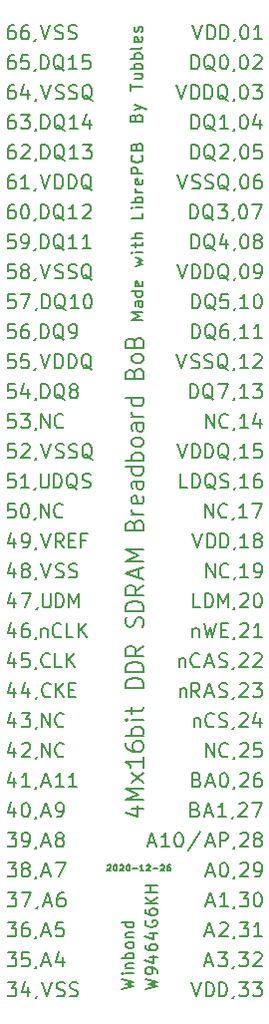
<source format=gbr>
G04 --- HEADER BEGIN --- *
%TF.GenerationSoftware,LibrePCB,LibrePCB,0.1.5*%
%TF.CreationDate,2020-12-27T00:53:52*%
%TF.ProjectId,bob_ddr_sdram_4m16b - default,91b37e6c-9424-4871-8535-6cfacb37efd9,v1*%
%TF.Part,Single*%
%FSLAX66Y66*%
%MOMM*%
G01*
G74*
G04 --- HEADER END --- *
G04 --- APERTURE LIST BEGIN --- *
%ADD10C,0.2*%
%ADD11C,0.15*%
%ADD12O,2.39X1.787*%
%ADD13R,2.39X1.787*%
G04 --- APERTURE LIST END --- *
G04 --- BOARD BEGIN --- *
D10*
X20091667Y11137667D02*
X20662333Y11137667D01*
X19977000Y10795000D02*
X20377000Y11995000D01*
X20777000Y10795000D01*
X21502333Y11995000D02*
X21617000Y11995000D01*
X21731667Y11937667D01*
X21789000Y11880333D01*
X21845000Y11767000D01*
X21902333Y11537667D01*
X21902333Y11252333D01*
X21845000Y11023000D01*
X21789000Y10909667D01*
X21731667Y10852333D01*
X21617000Y10795000D01*
X21502333Y10795000D01*
X21389000Y10852333D01*
X21331667Y10909667D01*
X21274333Y11023000D01*
X21217000Y11252333D01*
X21217000Y11537667D01*
X21274333Y11767000D01*
X21331667Y11880333D01*
X21389000Y11937667D01*
X21502333Y11995000D01*
X22457000Y10852333D02*
X22457000Y10795000D01*
X22399666Y10680333D01*
X22342333Y10623000D01*
X22954333Y11880333D02*
X23011667Y11937667D01*
X23125000Y11995000D01*
X23411667Y11995000D01*
X23525000Y11937667D01*
X23582333Y11880333D01*
X23639667Y11767000D01*
X23639667Y11652333D01*
X23582333Y11480333D01*
X22897000Y10795000D01*
X23639667Y10795000D01*
X24194334Y10795000D02*
X24422334Y10795000D01*
X24537000Y10852333D01*
X24594334Y10909667D01*
X24707667Y11080333D01*
X24765000Y11309667D01*
X24765000Y11767000D01*
X24707667Y11880333D01*
X24651667Y11937667D01*
X24537000Y11995000D01*
X24307667Y11995000D01*
X24194334Y11937667D01*
X24137000Y11880333D01*
X24079667Y11767000D01*
X24079667Y11480333D01*
X24137000Y11367000D01*
X24194334Y11309667D01*
X24307667Y11252333D01*
X24537000Y11252333D01*
X24651667Y11309667D01*
X24707667Y11367000D01*
X24765000Y11480333D01*
X3175000Y9455000D02*
X3917667Y9455000D01*
X3517667Y8997667D01*
X3689667Y8997667D01*
X3803000Y8940333D01*
X3860333Y8883000D01*
X3917667Y8769667D01*
X3917667Y8483000D01*
X3860333Y8369667D01*
X3803000Y8312333D01*
X3689667Y8255000D01*
X3347000Y8255000D01*
X3232333Y8312333D01*
X3175000Y8369667D01*
X4357667Y9455000D02*
X5157667Y9455000D01*
X4643000Y8255000D01*
X5712334Y8312333D02*
X5712334Y8255000D01*
X5655000Y8140333D01*
X5597667Y8083000D01*
X6267001Y8597667D02*
X6837667Y8597667D01*
X6152334Y8255000D02*
X6552334Y9455000D01*
X6952334Y8255000D01*
X7964334Y9455000D02*
X7735001Y9455000D01*
X7620334Y9397667D01*
X7564334Y9340333D01*
X7449667Y9169667D01*
X7392334Y8940333D01*
X7392334Y8483000D01*
X7449667Y8369667D01*
X7507001Y8312333D01*
X7620334Y8255000D01*
X7849667Y8255000D01*
X7964334Y8312333D01*
X8020334Y8369667D01*
X8077667Y8483000D01*
X8077667Y8769667D01*
X8020334Y8883000D01*
X7964334Y8940333D01*
X7849667Y8997667D01*
X7620334Y8997667D01*
X7507001Y8940333D01*
X7449667Y8883000D01*
X7392334Y8769667D01*
X20034333Y6057667D02*
X20604999Y6057667D01*
X19919666Y5715000D02*
X20319666Y6915000D01*
X20719666Y5715000D01*
X21216999Y6800333D02*
X21274333Y6857667D01*
X21387666Y6915000D01*
X21674333Y6915000D01*
X21787666Y6857667D01*
X21844999Y6800333D01*
X21902333Y6687000D01*
X21902333Y6572333D01*
X21844999Y6400333D01*
X21159666Y5715000D01*
X21902333Y5715000D01*
X22457000Y5772333D02*
X22457000Y5715000D01*
X22399666Y5600333D01*
X22342333Y5543000D01*
X22897000Y6915000D02*
X23639667Y6915000D01*
X23239667Y6457667D01*
X23411667Y6457667D01*
X23525000Y6400333D01*
X23582333Y6343000D01*
X23639667Y6229667D01*
X23639667Y5943000D01*
X23582333Y5829667D01*
X23525000Y5772333D01*
X23411667Y5715000D01*
X23069000Y5715000D01*
X22954333Y5772333D01*
X22897000Y5829667D01*
X24765000Y5715000D02*
X24079667Y5715000D01*
X24422334Y5715000D02*
X24422334Y6915000D01*
X24307667Y6743000D01*
X24194334Y6629667D01*
X24079667Y6572333D01*
X3747000Y29375000D02*
X3747000Y28575000D01*
X3460333Y29832333D02*
X3175000Y28975000D01*
X3917667Y28975000D01*
X4985667Y29775000D02*
X4415000Y29775000D01*
X4357667Y29203000D01*
X4415000Y29260333D01*
X4529667Y29317667D01*
X4815000Y29317667D01*
X4929667Y29260333D01*
X4985667Y29203000D01*
X5043000Y29089667D01*
X5043000Y28803000D01*
X4985667Y28689667D01*
X4929667Y28632333D01*
X4815000Y28575000D01*
X4529667Y28575000D01*
X4415000Y28632333D01*
X4357667Y28689667D01*
X5597667Y28632333D02*
X5597667Y28575000D01*
X5540333Y28460333D01*
X5483000Y28403000D01*
X6780334Y28689667D02*
X6723000Y28632333D01*
X6552334Y28575000D01*
X6437667Y28575000D01*
X6265667Y28632333D01*
X6152334Y28747000D01*
X6095000Y28860333D01*
X6037667Y29089667D01*
X6037667Y29260333D01*
X6095000Y29489667D01*
X6152334Y29603000D01*
X6265667Y29717667D01*
X6437667Y29775000D01*
X6552334Y29775000D01*
X6723000Y29717667D01*
X6780334Y29660333D01*
X7792334Y28575000D02*
X7220334Y28575000D01*
X7220334Y29775000D01*
X8232334Y28575000D02*
X8232334Y29775000D01*
X8917667Y28575000D02*
X8404334Y29260333D01*
X8917667Y29775000D02*
X8232334Y29089667D01*
X3175000Y6915000D02*
X3917667Y6915000D01*
X3517667Y6457667D01*
X3689667Y6457667D01*
X3803000Y6400333D01*
X3860333Y6343000D01*
X3917667Y6229667D01*
X3917667Y5943000D01*
X3860333Y5829667D01*
X3803000Y5772333D01*
X3689667Y5715000D01*
X3347000Y5715000D01*
X3232333Y5772333D01*
X3175000Y5829667D01*
X4929667Y6915000D02*
X4700334Y6915000D01*
X4585667Y6857667D01*
X4529667Y6800333D01*
X4415000Y6629667D01*
X4357667Y6400333D01*
X4357667Y5943000D01*
X4415000Y5829667D01*
X4472334Y5772333D01*
X4585667Y5715000D01*
X4815000Y5715000D01*
X4929667Y5772333D01*
X4985667Y5829667D01*
X5043000Y5943000D01*
X5043000Y6229667D01*
X4985667Y6343000D01*
X4929667Y6400333D01*
X4815000Y6457667D01*
X4585667Y6457667D01*
X4472334Y6400333D01*
X4415000Y6343000D01*
X4357667Y6229667D01*
X5597667Y5772333D02*
X5597667Y5715000D01*
X5540333Y5600333D01*
X5483000Y5543000D01*
X6152334Y6057667D02*
X6723000Y6057667D01*
X6037667Y5715000D02*
X6437667Y6915000D01*
X6837667Y5715000D01*
X7905667Y6915000D02*
X7335000Y6915000D01*
X7277667Y6343000D01*
X7335000Y6400333D01*
X7449667Y6457667D01*
X7735000Y6457667D01*
X7849667Y6400333D01*
X7905667Y6343000D01*
X7963000Y6229667D01*
X7963000Y5943000D01*
X7905667Y5829667D01*
X7849667Y5772333D01*
X7735000Y5715000D01*
X7449667Y5715000D01*
X7335000Y5772333D01*
X7277667Y5829667D01*
X3747000Y39535000D02*
X3747000Y38735000D01*
X3460333Y39992333D02*
X3175000Y39135000D01*
X3917667Y39135000D01*
X4472334Y38735000D02*
X4700334Y38735000D01*
X4815000Y38792333D01*
X4872334Y38849667D01*
X4985667Y39020333D01*
X5043000Y39249667D01*
X5043000Y39707000D01*
X4985667Y39820333D01*
X4929667Y39877667D01*
X4815000Y39935000D01*
X4585667Y39935000D01*
X4472334Y39877667D01*
X4415000Y39820333D01*
X4357667Y39707000D01*
X4357667Y39420333D01*
X4415000Y39307000D01*
X4472334Y39249667D01*
X4585667Y39192333D01*
X4815000Y39192333D01*
X4929667Y39249667D01*
X4985667Y39307000D01*
X5043000Y39420333D01*
X5597667Y38792333D02*
X5597667Y38735000D01*
X5540333Y38620333D01*
X5483000Y38563000D01*
X6037667Y39935000D02*
X6437667Y38735000D01*
X6837667Y39935000D01*
X7963000Y38735000D02*
X7563000Y39307000D01*
X7277667Y38735000D02*
X7277667Y39935000D01*
X7735000Y39935000D01*
X7849667Y39877667D01*
X7905667Y39820333D01*
X7963000Y39707000D01*
X7963000Y39535000D01*
X7905667Y39420333D01*
X7849667Y39363000D01*
X7735000Y39307000D01*
X7277667Y39307000D01*
X8403000Y39363000D02*
X8803000Y39363000D01*
X8975000Y38735000D02*
X8403000Y38735000D01*
X8403000Y39935000D01*
X8975000Y39935000D01*
X9815000Y39363000D02*
X9415000Y39363000D01*
X9415000Y38735000D02*
X9415000Y39935000D01*
X9987000Y39935000D01*
X3803000Y57715000D02*
X3232333Y57715000D01*
X3175000Y57143000D01*
X3232333Y57200333D01*
X3347000Y57257667D01*
X3632333Y57257667D01*
X3747000Y57200333D01*
X3803000Y57143000D01*
X3860333Y57029667D01*
X3860333Y56743000D01*
X3803000Y56629667D01*
X3747000Y56572333D01*
X3632333Y56515000D01*
X3347000Y56515000D01*
X3232333Y56572333D01*
X3175000Y56629667D01*
X4872333Y57715000D02*
X4643000Y57715000D01*
X4528333Y57657667D01*
X4472333Y57600333D01*
X4357666Y57429667D01*
X4300333Y57200333D01*
X4300333Y56743000D01*
X4357666Y56629667D01*
X4415000Y56572333D01*
X4528333Y56515000D01*
X4757666Y56515000D01*
X4872333Y56572333D01*
X4928333Y56629667D01*
X4985666Y56743000D01*
X4985666Y57029667D01*
X4928333Y57143000D01*
X4872333Y57200333D01*
X4757666Y57257667D01*
X4528333Y57257667D01*
X4415000Y57200333D01*
X4357666Y57143000D01*
X4300333Y57029667D01*
X5540333Y56572333D02*
X5540333Y56515000D01*
X5482999Y56400333D01*
X5425666Y56343000D01*
X5980333Y56515000D02*
X5980333Y57715000D01*
X6265666Y57715000D01*
X6437666Y57657667D01*
X6552333Y57543000D01*
X6608333Y57429667D01*
X6665666Y57200333D01*
X6665666Y57029667D01*
X6608333Y56800333D01*
X6552333Y56687000D01*
X6437666Y56572333D01*
X6265666Y56515000D01*
X5980333Y56515000D01*
X7962999Y56400333D02*
X7848333Y56457667D01*
X7733666Y56572333D01*
X7562999Y56743000D01*
X7448333Y56800333D01*
X7333666Y56800333D01*
X7390999Y56515000D02*
X7277666Y56572333D01*
X7162999Y56687000D01*
X7105666Y56915000D01*
X7105666Y57315000D01*
X7162999Y57543000D01*
X7277666Y57657667D01*
X7390999Y57715000D01*
X7620333Y57715000D01*
X7733666Y57657667D01*
X7848333Y57543000D01*
X7905666Y57315000D01*
X7905666Y56915000D01*
X7848333Y56687000D01*
X7733666Y56572333D01*
X7620333Y56515000D01*
X7390999Y56515000D01*
X8517666Y56515000D02*
X8745666Y56515000D01*
X8860332Y56572333D01*
X8917666Y56629667D01*
X9030999Y56800333D01*
X9088332Y57029667D01*
X9088332Y57487000D01*
X9030999Y57600333D01*
X8974999Y57657667D01*
X8860332Y57715000D01*
X8630999Y57715000D01*
X8517666Y57657667D01*
X8460332Y57600333D01*
X8402999Y57487000D01*
X8402999Y57200333D01*
X8460332Y57087000D01*
X8517666Y57029667D01*
X8630999Y56972333D01*
X8860332Y56972333D01*
X8974999Y57029667D01*
X9030999Y57087000D01*
X9088332Y57200333D01*
X3747000Y80575000D02*
X3517667Y80575000D01*
X3403000Y80517667D01*
X3347000Y80460333D01*
X3232333Y80289667D01*
X3175000Y80060333D01*
X3175000Y79603000D01*
X3232333Y79489667D01*
X3289667Y79432333D01*
X3403000Y79375000D01*
X3632333Y79375000D01*
X3747000Y79432333D01*
X3803000Y79489667D01*
X3860333Y79603000D01*
X3860333Y79889667D01*
X3803000Y80003000D01*
X3747000Y80060333D01*
X3632333Y80117667D01*
X3403000Y80117667D01*
X3289667Y80060333D01*
X3232333Y80003000D01*
X3175000Y79889667D01*
X4928333Y80575000D02*
X4357666Y80575000D01*
X4300333Y80003000D01*
X4357666Y80060333D01*
X4472333Y80117667D01*
X4757666Y80117667D01*
X4872333Y80060333D01*
X4928333Y80003000D01*
X4985666Y79889667D01*
X4985666Y79603000D01*
X4928333Y79489667D01*
X4872333Y79432333D01*
X4757666Y79375000D01*
X4472333Y79375000D01*
X4357666Y79432333D01*
X4300333Y79489667D01*
X5540333Y79432333D02*
X5540333Y79375000D01*
X5482999Y79260333D01*
X5425666Y79203000D01*
X5980333Y79375000D02*
X5980333Y80575000D01*
X6265666Y80575000D01*
X6437666Y80517667D01*
X6552333Y80403000D01*
X6608333Y80289667D01*
X6665666Y80060333D01*
X6665666Y79889667D01*
X6608333Y79660333D01*
X6552333Y79547000D01*
X6437666Y79432333D01*
X6265666Y79375000D01*
X5980333Y79375000D01*
X7962999Y79260333D02*
X7848333Y79317667D01*
X7733666Y79432333D01*
X7562999Y79603000D01*
X7448333Y79660333D01*
X7333666Y79660333D01*
X7390999Y79375000D02*
X7277666Y79432333D01*
X7162999Y79547000D01*
X7105666Y79775000D01*
X7105666Y80175000D01*
X7162999Y80403000D01*
X7277666Y80517667D01*
X7390999Y80575000D01*
X7620333Y80575000D01*
X7733666Y80517667D01*
X7848333Y80403000D01*
X7905666Y80175000D01*
X7905666Y79775000D01*
X7848333Y79547000D01*
X7733666Y79432333D01*
X7620333Y79375000D01*
X7390999Y79375000D01*
X9088332Y79375000D02*
X8402999Y79375000D01*
X8745666Y79375000D02*
X8745666Y80575000D01*
X8630999Y80403000D01*
X8517666Y80289667D01*
X8402999Y80232333D01*
X10156332Y80575000D02*
X9585665Y80575000D01*
X9528332Y80003000D01*
X9585665Y80060333D01*
X9700332Y80117667D01*
X9985665Y80117667D01*
X10100332Y80060333D01*
X10156332Y80003000D01*
X10213665Y79889667D01*
X10213665Y79603000D01*
X10156332Y79489667D01*
X10100332Y79432333D01*
X9985665Y79375000D01*
X9700332Y79375000D01*
X9585665Y79432333D01*
X9528332Y79489667D01*
X18907666Y31915000D02*
X18907666Y31115000D01*
X18907666Y31800333D02*
X18964999Y31857667D01*
X19079666Y31915000D01*
X19250333Y31915000D01*
X19364999Y31857667D01*
X19422333Y31743000D01*
X19422333Y31115000D01*
X19862333Y32315000D02*
X20147666Y31115000D01*
X20377000Y31972333D01*
X20605000Y31115000D01*
X20890333Y32315000D01*
X21330333Y31743000D02*
X21730333Y31743000D01*
X21902333Y31115000D02*
X21330333Y31115000D01*
X21330333Y32315000D01*
X21902333Y32315000D01*
X22457000Y31172333D02*
X22457000Y31115000D01*
X22399666Y31000333D01*
X22342333Y30943000D01*
X22954333Y32200333D02*
X23011667Y32257667D01*
X23125000Y32315000D01*
X23411667Y32315000D01*
X23525000Y32257667D01*
X23582333Y32200333D01*
X23639667Y32087000D01*
X23639667Y31972333D01*
X23582333Y31800333D01*
X22897000Y31115000D01*
X23639667Y31115000D01*
X24765000Y31115000D02*
X24079667Y31115000D01*
X24422334Y31115000D02*
X24422334Y32315000D01*
X24307667Y32143000D01*
X24194334Y32029667D01*
X24079667Y31972333D01*
X3747000Y83115000D02*
X3517667Y83115000D01*
X3403000Y83057667D01*
X3347000Y83000333D01*
X3232333Y82829667D01*
X3175000Y82600333D01*
X3175000Y82143000D01*
X3232333Y82029667D01*
X3289667Y81972333D01*
X3403000Y81915000D01*
X3632333Y81915000D01*
X3747000Y81972333D01*
X3803000Y82029667D01*
X3860333Y82143000D01*
X3860333Y82429667D01*
X3803000Y82543000D01*
X3747000Y82600333D01*
X3632333Y82657667D01*
X3403000Y82657667D01*
X3289667Y82600333D01*
X3232333Y82543000D01*
X3175000Y82429667D01*
X4872333Y83115000D02*
X4643000Y83115000D01*
X4528333Y83057667D01*
X4472333Y83000333D01*
X4357666Y82829667D01*
X4300333Y82600333D01*
X4300333Y82143000D01*
X4357666Y82029667D01*
X4415000Y81972333D01*
X4528333Y81915000D01*
X4757666Y81915000D01*
X4872333Y81972333D01*
X4928333Y82029667D01*
X4985666Y82143000D01*
X4985666Y82429667D01*
X4928333Y82543000D01*
X4872333Y82600333D01*
X4757666Y82657667D01*
X4528333Y82657667D01*
X4415000Y82600333D01*
X4357666Y82543000D01*
X4300333Y82429667D01*
X5540333Y81972333D02*
X5540333Y81915000D01*
X5482999Y81800333D01*
X5425666Y81743000D01*
X5980333Y83115000D02*
X6380333Y81915000D01*
X6780333Y83115000D01*
X7220333Y81972333D02*
X7392333Y81915000D01*
X7677666Y81915000D01*
X7792333Y81972333D01*
X7848333Y82029667D01*
X7905666Y82143000D01*
X7905666Y82257667D01*
X7848333Y82372333D01*
X7792333Y82429667D01*
X7677666Y82487000D01*
X7448333Y82543000D01*
X7335000Y82600333D01*
X7277666Y82657667D01*
X7220333Y82772333D01*
X7220333Y82887000D01*
X7277666Y83000333D01*
X7335000Y83057667D01*
X7448333Y83115000D01*
X7735000Y83115000D01*
X7905666Y83057667D01*
X8345666Y81972333D02*
X8517666Y81915000D01*
X8802999Y81915000D01*
X8917666Y81972333D01*
X8973666Y82029667D01*
X9030999Y82143000D01*
X9030999Y82257667D01*
X8973666Y82372333D01*
X8917666Y82429667D01*
X8802999Y82487000D01*
X8573666Y82543000D01*
X8460333Y82600333D01*
X8402999Y82657667D01*
X8345666Y82772333D01*
X8345666Y82887000D01*
X8402999Y83000333D01*
X8460333Y83057667D01*
X8573666Y83115000D01*
X8860333Y83115000D01*
X9030999Y83057667D01*
X17839666Y26835000D02*
X17839666Y26035000D01*
X17839666Y26720333D02*
X17896999Y26777667D01*
X18011666Y26835000D01*
X18182333Y26835000D01*
X18296999Y26777667D01*
X18354333Y26663000D01*
X18354333Y26035000D01*
X19479666Y26035000D02*
X19079666Y26607000D01*
X18794333Y26035000D02*
X18794333Y27235000D01*
X19251666Y27235000D01*
X19366333Y27177667D01*
X19422333Y27120333D01*
X19479666Y27007000D01*
X19479666Y26835000D01*
X19422333Y26720333D01*
X19366333Y26663000D01*
X19251666Y26607000D01*
X18794333Y26607000D01*
X20034333Y26377667D02*
X20604999Y26377667D01*
X19919666Y26035000D02*
X20319666Y27235000D01*
X20719666Y26035000D01*
X21159666Y26092333D02*
X21331666Y26035000D01*
X21616999Y26035000D01*
X21731666Y26092333D01*
X21787666Y26149667D01*
X21844999Y26263000D01*
X21844999Y26377667D01*
X21787666Y26492333D01*
X21731666Y26549667D01*
X21616999Y26607000D01*
X21387666Y26663000D01*
X21274333Y26720333D01*
X21216999Y26777667D01*
X21159666Y26892333D01*
X21159666Y27007000D01*
X21216999Y27120333D01*
X21274333Y27177667D01*
X21387666Y27235000D01*
X21674333Y27235000D01*
X21844999Y27177667D01*
X22399666Y26092333D02*
X22399666Y26035000D01*
X22342332Y25920333D01*
X22284999Y25863000D01*
X22896999Y27120333D02*
X22954333Y27177667D01*
X23067666Y27235000D01*
X23354333Y27235000D01*
X23467666Y27177667D01*
X23524999Y27120333D01*
X23582333Y27007000D01*
X23582333Y26892333D01*
X23524999Y26720333D01*
X22839666Y26035000D01*
X23582333Y26035000D01*
X24022333Y27235000D02*
X24765000Y27235000D01*
X24365000Y26777667D01*
X24537000Y26777667D01*
X24650333Y26720333D01*
X24707666Y26663000D01*
X24765000Y26549667D01*
X24765000Y26263000D01*
X24707666Y26149667D01*
X24650333Y26092333D01*
X24537000Y26035000D01*
X24194333Y26035000D01*
X24079666Y26092333D01*
X24022333Y26149667D01*
X19137000Y16503000D02*
X19309000Y16447000D01*
X19365000Y16389667D01*
X19422333Y16275000D01*
X19422333Y16103000D01*
X19365000Y15989667D01*
X19309000Y15932333D01*
X19194333Y15875000D01*
X18737000Y15875000D01*
X18737000Y17075000D01*
X19137000Y17075000D01*
X19251667Y17017667D01*
X19309000Y16960333D01*
X19365000Y16847000D01*
X19365000Y16732333D01*
X19309000Y16617667D01*
X19251667Y16560333D01*
X19137000Y16503000D01*
X18737000Y16503000D01*
X19977000Y16217667D02*
X20547666Y16217667D01*
X19862333Y15875000D02*
X20262333Y17075000D01*
X20662333Y15875000D01*
X21787666Y15875000D02*
X21102333Y15875000D01*
X21445000Y15875000D02*
X21445000Y17075000D01*
X21330333Y16903000D01*
X21217000Y16789667D01*
X21102333Y16732333D01*
X22342333Y15932333D02*
X22342333Y15875000D01*
X22284999Y15760333D01*
X22227666Y15703000D01*
X22839666Y16960333D02*
X22897000Y17017667D01*
X23010333Y17075000D01*
X23297000Y17075000D01*
X23410333Y17017667D01*
X23467666Y16960333D01*
X23525000Y16847000D01*
X23525000Y16732333D01*
X23467666Y16560333D01*
X22782333Y15875000D01*
X23525000Y15875000D01*
X23965000Y17075000D02*
X24765000Y17075000D01*
X24250333Y15875000D01*
X19022332Y24295000D02*
X19022332Y23495000D01*
X19022332Y24180333D02*
X19079665Y24237667D01*
X19194332Y24295000D01*
X19364999Y24295000D01*
X19479665Y24237667D01*
X19536999Y24123000D01*
X19536999Y23495000D01*
X20719666Y23609667D02*
X20662332Y23552333D01*
X20491666Y23495000D01*
X20376999Y23495000D01*
X20204999Y23552333D01*
X20091666Y23667000D01*
X20034332Y23780333D01*
X19976999Y24009667D01*
X19976999Y24180333D01*
X20034332Y24409667D01*
X20091666Y24523000D01*
X20204999Y24637667D01*
X20376999Y24695000D01*
X20491666Y24695000D01*
X20662332Y24637667D01*
X20719666Y24580333D01*
X21159666Y23552333D02*
X21331666Y23495000D01*
X21616999Y23495000D01*
X21731666Y23552333D01*
X21787666Y23609667D01*
X21844999Y23723000D01*
X21844999Y23837667D01*
X21787666Y23952333D01*
X21731666Y24009667D01*
X21616999Y24067000D01*
X21387666Y24123000D01*
X21274333Y24180333D01*
X21216999Y24237667D01*
X21159666Y24352333D01*
X21159666Y24467000D01*
X21216999Y24580333D01*
X21274333Y24637667D01*
X21387666Y24695000D01*
X21674333Y24695000D01*
X21844999Y24637667D01*
X22399666Y23552333D02*
X22399666Y23495000D01*
X22342332Y23380333D01*
X22284999Y23323000D01*
X22896999Y24580333D02*
X22954333Y24637667D01*
X23067666Y24695000D01*
X23354333Y24695000D01*
X23467666Y24637667D01*
X23524999Y24580333D01*
X23582333Y24467000D01*
X23582333Y24352333D01*
X23524999Y24180333D01*
X22839666Y23495000D01*
X23582333Y23495000D01*
X24594333Y24295000D02*
X24594333Y23495000D01*
X24307666Y24752333D02*
X24022333Y23895000D01*
X24765000Y23895000D01*
X3747000Y67875000D02*
X3517667Y67875000D01*
X3403000Y67817667D01*
X3347000Y67760333D01*
X3232333Y67589667D01*
X3175000Y67360333D01*
X3175000Y66903000D01*
X3232333Y66789667D01*
X3289667Y66732333D01*
X3403000Y66675000D01*
X3632333Y66675000D01*
X3747000Y66732333D01*
X3803000Y66789667D01*
X3860333Y66903000D01*
X3860333Y67189667D01*
X3803000Y67303000D01*
X3747000Y67360333D01*
X3632333Y67417667D01*
X3403000Y67417667D01*
X3289667Y67360333D01*
X3232333Y67303000D01*
X3175000Y67189667D01*
X4585666Y67875000D02*
X4700333Y67875000D01*
X4815000Y67817667D01*
X4872333Y67760333D01*
X4928333Y67647000D01*
X4985666Y67417667D01*
X4985666Y67132333D01*
X4928333Y66903000D01*
X4872333Y66789667D01*
X4815000Y66732333D01*
X4700333Y66675000D01*
X4585666Y66675000D01*
X4472333Y66732333D01*
X4415000Y66789667D01*
X4357666Y66903000D01*
X4300333Y67132333D01*
X4300333Y67417667D01*
X4357666Y67647000D01*
X4415000Y67760333D01*
X4472333Y67817667D01*
X4585666Y67875000D01*
X5540333Y66732333D02*
X5540333Y66675000D01*
X5482999Y66560333D01*
X5425666Y66503000D01*
X5980333Y66675000D02*
X5980333Y67875000D01*
X6265666Y67875000D01*
X6437666Y67817667D01*
X6552333Y67703000D01*
X6608333Y67589667D01*
X6665666Y67360333D01*
X6665666Y67189667D01*
X6608333Y66960333D01*
X6552333Y66847000D01*
X6437666Y66732333D01*
X6265666Y66675000D01*
X5980333Y66675000D01*
X7962999Y66560333D02*
X7848333Y66617667D01*
X7733666Y66732333D01*
X7562999Y66903000D01*
X7448333Y66960333D01*
X7333666Y66960333D01*
X7390999Y66675000D02*
X7277666Y66732333D01*
X7162999Y66847000D01*
X7105666Y67075000D01*
X7105666Y67475000D01*
X7162999Y67703000D01*
X7277666Y67817667D01*
X7390999Y67875000D01*
X7620333Y67875000D01*
X7733666Y67817667D01*
X7848333Y67703000D01*
X7905666Y67475000D01*
X7905666Y67075000D01*
X7848333Y66847000D01*
X7733666Y66732333D01*
X7620333Y66675000D01*
X7390999Y66675000D01*
X9088332Y66675000D02*
X8402999Y66675000D01*
X8745666Y66675000D02*
X8745666Y67875000D01*
X8630999Y67703000D01*
X8517666Y67589667D01*
X8402999Y67532333D01*
X9585665Y67760333D02*
X9642999Y67817667D01*
X9756332Y67875000D01*
X10042999Y67875000D01*
X10156332Y67817667D01*
X10213665Y67760333D01*
X10270999Y67647000D01*
X10270999Y67532333D01*
X10213665Y67360333D01*
X9528332Y66675000D01*
X10270999Y66675000D01*
X14672085Y58107623D02*
X13672085Y58107623D01*
X14386529Y58440956D01*
X13672085Y58774290D01*
X14672085Y58774290D01*
X14672085Y59650957D02*
X14148752Y59650957D01*
X14053196Y59603179D01*
X14005418Y59507623D01*
X14005418Y59317623D01*
X14053196Y59222068D01*
X14624307Y59650957D02*
X14672085Y59555401D01*
X14672085Y59317623D01*
X14624307Y59222068D01*
X14528752Y59174290D01*
X14434307Y59174290D01*
X14338752Y59222068D01*
X14290974Y59317623D01*
X14290974Y59555401D01*
X14243196Y59650957D01*
X14672085Y60527624D02*
X13672085Y60527624D01*
X14624307Y60527624D02*
X14672085Y60432068D01*
X14672085Y60240957D01*
X14624307Y60146513D01*
X14576529Y60098735D01*
X14482085Y60050957D01*
X14195418Y60050957D01*
X14100974Y60098735D01*
X14053196Y60146513D01*
X14005418Y60240957D01*
X14005418Y60432068D01*
X14053196Y60527624D01*
X14624307Y61356513D02*
X14672085Y61260957D01*
X14672085Y61070957D01*
X14624307Y60975402D01*
X14528752Y60927624D01*
X14148752Y60927624D01*
X14053196Y60975402D01*
X14005418Y61070957D01*
X14005418Y61260957D01*
X14053196Y61356513D01*
X14148752Y61404291D01*
X14243196Y61404291D01*
X14338752Y60927624D01*
X14005418Y62604290D02*
X14672085Y62794290D01*
X14195418Y62985401D01*
X14672085Y63175401D01*
X14005418Y63366512D01*
X14672085Y63814290D02*
X14005418Y63814290D01*
X13672085Y63814290D02*
X13719863Y63766512D01*
X13767641Y63814290D01*
X13719863Y63862068D01*
X13672085Y63814290D01*
X13767641Y63814290D01*
X14005418Y64262068D02*
X14005418Y64643179D01*
X13672085Y64405401D02*
X14528752Y64405401D01*
X14624307Y64452068D01*
X14672085Y64547624D01*
X14672085Y64643179D01*
X14672085Y65043179D02*
X13672085Y65043179D01*
X14672085Y65472068D02*
X14148752Y65472068D01*
X14053196Y65424290D01*
X14005418Y65328735D01*
X14005418Y65186512D01*
X14053196Y65090957D01*
X14100974Y65043179D01*
X14672085Y67148734D02*
X14672085Y66672067D01*
X13672085Y66672067D01*
X14672085Y67596512D02*
X14005418Y67596512D01*
X13672085Y67596512D02*
X13719863Y67548734D01*
X13767641Y67596512D01*
X13719863Y67644290D01*
X13672085Y67596512D01*
X13767641Y67596512D01*
X14672085Y68044290D02*
X13672085Y68044290D01*
X14053196Y68044290D02*
X14005418Y68139846D01*
X14005418Y68329846D01*
X14053196Y68425401D01*
X14100974Y68473179D01*
X14195418Y68520957D01*
X14482085Y68520957D01*
X14576529Y68473179D01*
X14624307Y68425401D01*
X14672085Y68329846D01*
X14672085Y68139846D01*
X14624307Y68044290D01*
X14672085Y68920957D02*
X14005418Y68920957D01*
X14195418Y68920957D02*
X14100974Y68968735D01*
X14053196Y69016513D01*
X14005418Y69110957D01*
X14005418Y69206513D01*
X14624307Y70035402D02*
X14672085Y69939846D01*
X14672085Y69749846D01*
X14624307Y69654291D01*
X14528752Y69606513D01*
X14148752Y69606513D01*
X14053196Y69654291D01*
X14005418Y69749846D01*
X14005418Y69939846D01*
X14053196Y70035402D01*
X14148752Y70083180D01*
X14243196Y70083180D01*
X14338752Y69606513D01*
X14672085Y70483180D02*
X13672085Y70483180D01*
X13672085Y70864291D01*
X13719863Y70959847D01*
X13767641Y71006513D01*
X13862085Y71054291D01*
X14005418Y71054291D01*
X14100974Y71006513D01*
X14148752Y70959847D01*
X14195418Y70864291D01*
X14195418Y70483180D01*
X14576529Y72073180D02*
X14624307Y72025402D01*
X14672085Y71883180D01*
X14672085Y71787624D01*
X14624307Y71644291D01*
X14528752Y71549847D01*
X14434307Y71502069D01*
X14243196Y71454291D01*
X14100974Y71454291D01*
X13909863Y71502069D01*
X13815418Y71549847D01*
X13719863Y71644291D01*
X13672085Y71787624D01*
X13672085Y71883180D01*
X13719863Y72025402D01*
X13767641Y72073180D01*
X14148752Y72806513D02*
X14195418Y72949847D01*
X14243196Y72996513D01*
X14338752Y73044291D01*
X14482085Y73044291D01*
X14576529Y72996513D01*
X14624307Y72949847D01*
X14672085Y72854291D01*
X14672085Y72473180D01*
X13672085Y72473180D01*
X13672085Y72806513D01*
X13719863Y72902069D01*
X13767641Y72949847D01*
X13862085Y72996513D01*
X13957641Y72996513D01*
X14053196Y72949847D01*
X14100974Y72902069D01*
X14148752Y72806513D01*
X14148752Y72473180D01*
X3803000Y42475000D02*
X3232333Y42475000D01*
X3175000Y41903000D01*
X3232333Y41960333D01*
X3347000Y42017667D01*
X3632333Y42017667D01*
X3747000Y41960333D01*
X3803000Y41903000D01*
X3860333Y41789667D01*
X3860333Y41503000D01*
X3803000Y41389667D01*
X3747000Y41332333D01*
X3632333Y41275000D01*
X3347000Y41275000D01*
X3232333Y41332333D01*
X3175000Y41389667D01*
X4585666Y42475000D02*
X4700333Y42475000D01*
X4815000Y42417667D01*
X4872333Y42360333D01*
X4928333Y42247000D01*
X4985666Y42017667D01*
X4985666Y41732333D01*
X4928333Y41503000D01*
X4872333Y41389667D01*
X4815000Y41332333D01*
X4700333Y41275000D01*
X4585666Y41275000D01*
X4472333Y41332333D01*
X4415000Y41389667D01*
X4357666Y41503000D01*
X4300333Y41732333D01*
X4300333Y42017667D01*
X4357666Y42247000D01*
X4415000Y42360333D01*
X4472333Y42417667D01*
X4585666Y42475000D01*
X5540333Y41332333D02*
X5540333Y41275000D01*
X5482999Y41160333D01*
X5425666Y41103000D01*
X5980333Y41275000D02*
X5980333Y42475000D01*
X6665666Y41275000D01*
X6665666Y42475000D01*
X7848333Y41389667D02*
X7790999Y41332333D01*
X7620333Y41275000D01*
X7505666Y41275000D01*
X7333666Y41332333D01*
X7220333Y41447000D01*
X7162999Y41560333D01*
X7105666Y41789667D01*
X7105666Y41960333D01*
X7162999Y42189667D01*
X7220333Y42303000D01*
X7333666Y42417667D01*
X7505666Y42475000D01*
X7620333Y42475000D01*
X7790999Y42417667D01*
X7848333Y42360333D01*
X3747000Y75495000D02*
X3517667Y75495000D01*
X3403000Y75437667D01*
X3347000Y75380333D01*
X3232333Y75209667D01*
X3175000Y74980333D01*
X3175000Y74523000D01*
X3232333Y74409667D01*
X3289667Y74352333D01*
X3403000Y74295000D01*
X3632333Y74295000D01*
X3747000Y74352333D01*
X3803000Y74409667D01*
X3860333Y74523000D01*
X3860333Y74809667D01*
X3803000Y74923000D01*
X3747000Y74980333D01*
X3632333Y75037667D01*
X3403000Y75037667D01*
X3289667Y74980333D01*
X3232333Y74923000D01*
X3175000Y74809667D01*
X4300333Y75495000D02*
X5043000Y75495000D01*
X4643000Y75037667D01*
X4815000Y75037667D01*
X4928333Y74980333D01*
X4985666Y74923000D01*
X5043000Y74809667D01*
X5043000Y74523000D01*
X4985666Y74409667D01*
X4928333Y74352333D01*
X4815000Y74295000D01*
X4472333Y74295000D01*
X4357666Y74352333D01*
X4300333Y74409667D01*
X5597667Y74352333D02*
X5597667Y74295000D01*
X5540333Y74180333D01*
X5483000Y74123000D01*
X6037667Y74295000D02*
X6037667Y75495000D01*
X6323000Y75495000D01*
X6495000Y75437667D01*
X6609667Y75323000D01*
X6665667Y75209667D01*
X6723000Y74980333D01*
X6723000Y74809667D01*
X6665667Y74580333D01*
X6609667Y74467000D01*
X6495000Y74352333D01*
X6323000Y74295000D01*
X6037667Y74295000D01*
X8020333Y74180333D02*
X7905667Y74237667D01*
X7791000Y74352333D01*
X7620333Y74523000D01*
X7505667Y74580333D01*
X7391000Y74580333D01*
X7448333Y74295000D02*
X7335000Y74352333D01*
X7220333Y74467000D01*
X7163000Y74695000D01*
X7163000Y75095000D01*
X7220333Y75323000D01*
X7335000Y75437667D01*
X7448333Y75495000D01*
X7677667Y75495000D01*
X7791000Y75437667D01*
X7905667Y75323000D01*
X7963000Y75095000D01*
X7963000Y74695000D01*
X7905667Y74467000D01*
X7791000Y74352333D01*
X7677667Y74295000D01*
X7448333Y74295000D01*
X9145666Y74295000D02*
X8460333Y74295000D01*
X8803000Y74295000D02*
X8803000Y75495000D01*
X8688333Y75323000D01*
X8575000Y75209667D01*
X8460333Y75152333D01*
X10157666Y75095000D02*
X10157666Y74295000D01*
X9870999Y75552333D02*
X9585666Y74695000D01*
X10328333Y74695000D01*
X20091667Y8597667D02*
X20662333Y8597667D01*
X19977000Y8255000D02*
X20377000Y9455000D01*
X20777000Y8255000D01*
X21902333Y8255000D02*
X21217000Y8255000D01*
X21559667Y8255000D02*
X21559667Y9455000D01*
X21445000Y9283000D01*
X21331667Y9169667D01*
X21217000Y9112333D01*
X22457000Y8312333D02*
X22457000Y8255000D01*
X22399666Y8140333D01*
X22342333Y8083000D01*
X22897000Y9455000D02*
X23639667Y9455000D01*
X23239667Y8997667D01*
X23411667Y8997667D01*
X23525000Y8940333D01*
X23582333Y8883000D01*
X23639667Y8769667D01*
X23639667Y8483000D01*
X23582333Y8369667D01*
X23525000Y8312333D01*
X23411667Y8255000D01*
X23069000Y8255000D01*
X22954333Y8312333D01*
X22897000Y8369667D01*
X24365000Y9455000D02*
X24479667Y9455000D01*
X24594334Y9397667D01*
X24651667Y9340333D01*
X24707667Y9227000D01*
X24765000Y8997667D01*
X24765000Y8712333D01*
X24707667Y8483000D01*
X24651667Y8369667D01*
X24594334Y8312333D01*
X24479667Y8255000D01*
X24365000Y8255000D01*
X24251667Y8312333D01*
X24194334Y8369667D01*
X24137000Y8483000D01*
X24079667Y8712333D01*
X24079667Y8997667D01*
X24137000Y9227000D01*
X24194334Y9340333D01*
X24251667Y9397667D01*
X24365000Y9455000D01*
X3747000Y36995000D02*
X3747000Y36195000D01*
X3460333Y37452333D02*
X3175000Y36595000D01*
X3917667Y36595000D01*
X4585667Y36880333D02*
X4472334Y36937667D01*
X4415000Y36995000D01*
X4357667Y37109667D01*
X4357667Y37167000D01*
X4415000Y37280333D01*
X4472334Y37337667D01*
X4585667Y37395000D01*
X4815000Y37395000D01*
X4929667Y37337667D01*
X4985667Y37280333D01*
X5043000Y37167000D01*
X5043000Y37109667D01*
X4985667Y36995000D01*
X4929667Y36937667D01*
X4815000Y36880333D01*
X4585667Y36880333D01*
X4472334Y36823000D01*
X4415000Y36767000D01*
X4357667Y36652333D01*
X4357667Y36423000D01*
X4415000Y36309667D01*
X4472334Y36252333D01*
X4585667Y36195000D01*
X4815000Y36195000D01*
X4929667Y36252333D01*
X4985667Y36309667D01*
X5043000Y36423000D01*
X5043000Y36652333D01*
X4985667Y36767000D01*
X4929667Y36823000D01*
X4815000Y36880333D01*
X5597667Y36252333D02*
X5597667Y36195000D01*
X5540333Y36080333D01*
X5483000Y36023000D01*
X6037667Y37395000D02*
X6437667Y36195000D01*
X6837667Y37395000D01*
X7277667Y36252333D02*
X7449667Y36195000D01*
X7735000Y36195000D01*
X7849667Y36252333D01*
X7905667Y36309667D01*
X7963000Y36423000D01*
X7963000Y36537667D01*
X7905667Y36652333D01*
X7849667Y36709667D01*
X7735000Y36767000D01*
X7505667Y36823000D01*
X7392334Y36880333D01*
X7335000Y36937667D01*
X7277667Y37052333D01*
X7277667Y37167000D01*
X7335000Y37280333D01*
X7392334Y37337667D01*
X7505667Y37395000D01*
X7792334Y37395000D01*
X7963000Y37337667D01*
X8403000Y36252333D02*
X8575000Y36195000D01*
X8860333Y36195000D01*
X8975000Y36252333D01*
X9031000Y36309667D01*
X9088333Y36423000D01*
X9088333Y36537667D01*
X9031000Y36652333D01*
X8975000Y36709667D01*
X8860333Y36767000D01*
X8631000Y36823000D01*
X8517667Y36880333D01*
X8460333Y36937667D01*
X8403000Y37052333D01*
X8403000Y37167000D01*
X8460333Y37280333D01*
X8517667Y37337667D01*
X8631000Y37395000D01*
X8917667Y37395000D01*
X9088333Y37337667D01*
X3175000Y4375000D02*
X3917667Y4375000D01*
X3517667Y3917667D01*
X3689667Y3917667D01*
X3803000Y3860333D01*
X3860333Y3803000D01*
X3917667Y3689667D01*
X3917667Y3403000D01*
X3860333Y3289667D01*
X3803000Y3232333D01*
X3689667Y3175000D01*
X3347000Y3175000D01*
X3232333Y3232333D01*
X3175000Y3289667D01*
X4985667Y4375000D02*
X4415000Y4375000D01*
X4357667Y3803000D01*
X4415000Y3860333D01*
X4529667Y3917667D01*
X4815000Y3917667D01*
X4929667Y3860333D01*
X4985667Y3803000D01*
X5043000Y3689667D01*
X5043000Y3403000D01*
X4985667Y3289667D01*
X4929667Y3232333D01*
X4815000Y3175000D01*
X4529667Y3175000D01*
X4415000Y3232333D01*
X4357667Y3289667D01*
X5597667Y3232333D02*
X5597667Y3175000D01*
X5540333Y3060333D01*
X5483000Y3003000D01*
X6152334Y3517667D02*
X6723000Y3517667D01*
X6037667Y3175000D02*
X6437667Y4375000D01*
X6837667Y3175000D01*
X7849667Y3975000D02*
X7849667Y3175000D01*
X7563000Y4432333D02*
X7277667Y3575000D01*
X8020334Y3575000D01*
X20091667Y36195000D02*
X20091667Y37395000D01*
X20777000Y36195000D01*
X20777000Y37395000D01*
X21959667Y36309667D02*
X21902333Y36252333D01*
X21731667Y36195000D01*
X21617000Y36195000D01*
X21445000Y36252333D01*
X21331667Y36367000D01*
X21274333Y36480333D01*
X21217000Y36709667D01*
X21217000Y36880333D01*
X21274333Y37109667D01*
X21331667Y37223000D01*
X21445000Y37337667D01*
X21617000Y37395000D01*
X21731667Y37395000D01*
X21902333Y37337667D01*
X21959667Y37280333D01*
X22514334Y36252333D02*
X22514334Y36195000D01*
X22457000Y36080333D01*
X22399667Y36023000D01*
X23639667Y36195000D02*
X22954334Y36195000D01*
X23297001Y36195000D02*
X23297001Y37395000D01*
X23182334Y37223000D01*
X23069001Y37109667D01*
X22954334Y37052333D01*
X24194334Y36195000D02*
X24422334Y36195000D01*
X24537000Y36252333D01*
X24594334Y36309667D01*
X24707667Y36480333D01*
X24765000Y36709667D01*
X24765000Y37167000D01*
X24707667Y37280333D01*
X24651667Y37337667D01*
X24537000Y37395000D01*
X24307667Y37395000D01*
X24194334Y37337667D01*
X24137000Y37280333D01*
X24079667Y37167000D01*
X24079667Y36880333D01*
X24137000Y36767000D01*
X24194334Y36709667D01*
X24307667Y36652333D01*
X24537000Y36652333D01*
X24651667Y36709667D01*
X24707667Y36767000D01*
X24765000Y36880333D01*
X17554334Y78035000D02*
X17954334Y76835000D01*
X18354334Y78035000D01*
X18794334Y76835000D02*
X18794334Y78035000D01*
X19079667Y78035000D01*
X19251667Y77977667D01*
X19366334Y77863000D01*
X19422334Y77749667D01*
X19479667Y77520333D01*
X19479667Y77349667D01*
X19422334Y77120333D01*
X19366334Y77007000D01*
X19251667Y76892333D01*
X19079667Y76835000D01*
X18794334Y76835000D01*
X19919667Y76835000D02*
X19919667Y78035000D01*
X20205000Y78035000D01*
X20377000Y77977667D01*
X20491667Y77863000D01*
X20547667Y77749667D01*
X20605000Y77520333D01*
X20605000Y77349667D01*
X20547667Y77120333D01*
X20491667Y77007000D01*
X20377000Y76892333D01*
X20205000Y76835000D01*
X19919667Y76835000D01*
X21902333Y76720333D02*
X21787667Y76777667D01*
X21673000Y76892333D01*
X21502333Y77063000D01*
X21387667Y77120333D01*
X21273000Y77120333D01*
X21330333Y76835000D02*
X21217000Y76892333D01*
X21102333Y77007000D01*
X21045000Y77235000D01*
X21045000Y77635000D01*
X21102333Y77863000D01*
X21217000Y77977667D01*
X21330333Y78035000D01*
X21559667Y78035000D01*
X21673000Y77977667D01*
X21787667Y77863000D01*
X21845000Y77635000D01*
X21845000Y77235000D01*
X21787667Y77007000D01*
X21673000Y76892333D01*
X21559667Y76835000D01*
X21330333Y76835000D01*
X22457000Y76892333D02*
X22457000Y76835000D01*
X22399666Y76720333D01*
X22342333Y76663000D01*
X23182333Y78035000D02*
X23297000Y78035000D01*
X23411667Y77977667D01*
X23469000Y77920333D01*
X23525000Y77807000D01*
X23582333Y77577667D01*
X23582333Y77292333D01*
X23525000Y77063000D01*
X23469000Y76949667D01*
X23411667Y76892333D01*
X23297000Y76835000D01*
X23182333Y76835000D01*
X23069000Y76892333D01*
X23011667Y76949667D01*
X22954333Y77063000D01*
X22897000Y77292333D01*
X22897000Y77577667D01*
X22954333Y77807000D01*
X23011667Y77920333D01*
X23069000Y77977667D01*
X23182333Y78035000D01*
X24022333Y78035000D02*
X24765000Y78035000D01*
X24365000Y77577667D01*
X24537000Y77577667D01*
X24650333Y77520333D01*
X24707666Y77463000D01*
X24765000Y77349667D01*
X24765000Y77063000D01*
X24707666Y76949667D01*
X24650333Y76892333D01*
X24537000Y76835000D01*
X24194333Y76835000D01*
X24079666Y76892333D01*
X24022333Y76949667D01*
X18909001Y39935000D02*
X19309001Y38735000D01*
X19709001Y39935000D01*
X20149001Y38735000D02*
X20149001Y39935000D01*
X20434334Y39935000D01*
X20606334Y39877667D01*
X20721001Y39763000D01*
X20777001Y39649667D01*
X20834334Y39420333D01*
X20834334Y39249667D01*
X20777001Y39020333D01*
X20721001Y38907000D01*
X20606334Y38792333D01*
X20434334Y38735000D01*
X20149001Y38735000D01*
X21274334Y38735000D02*
X21274334Y39935000D01*
X21559667Y39935000D01*
X21731667Y39877667D01*
X21846334Y39763000D01*
X21902334Y39649667D01*
X21959667Y39420333D01*
X21959667Y39249667D01*
X21902334Y39020333D01*
X21846334Y38907000D01*
X21731667Y38792333D01*
X21559667Y38735000D01*
X21274334Y38735000D01*
X22514334Y38792333D02*
X22514334Y38735000D01*
X22457000Y38620333D01*
X22399667Y38563000D01*
X23639667Y38735000D02*
X22954334Y38735000D01*
X23297001Y38735000D02*
X23297001Y39935000D01*
X23182334Y39763000D01*
X23069001Y39649667D01*
X22954334Y39592333D01*
X24307667Y39420333D02*
X24194334Y39477667D01*
X24137000Y39535000D01*
X24079667Y39649667D01*
X24079667Y39707000D01*
X24137000Y39820333D01*
X24194334Y39877667D01*
X24307667Y39935000D01*
X24537000Y39935000D01*
X24651667Y39877667D01*
X24707667Y39820333D01*
X24765000Y39707000D01*
X24765000Y39649667D01*
X24707667Y39535000D01*
X24651667Y39477667D01*
X24537000Y39420333D01*
X24307667Y39420333D01*
X24194334Y39363000D01*
X24137000Y39307000D01*
X24079667Y39192333D01*
X24079667Y38963000D01*
X24137000Y38849667D01*
X24194334Y38792333D01*
X24307667Y38735000D01*
X24537000Y38735000D01*
X24651667Y38792333D01*
X24707667Y38849667D01*
X24765000Y38963000D01*
X24765000Y39192333D01*
X24707667Y39307000D01*
X24651667Y39363000D01*
X24537000Y39420333D01*
X20034333Y20955000D02*
X20034333Y22155000D01*
X20719666Y20955000D01*
X20719666Y22155000D01*
X21902333Y21069667D02*
X21844999Y21012333D01*
X21674333Y20955000D01*
X21559666Y20955000D01*
X21387666Y21012333D01*
X21274333Y21127000D01*
X21216999Y21240333D01*
X21159666Y21469667D01*
X21159666Y21640333D01*
X21216999Y21869667D01*
X21274333Y21983000D01*
X21387666Y22097667D01*
X21559666Y22155000D01*
X21674333Y22155000D01*
X21844999Y22097667D01*
X21902333Y22040333D01*
X22457000Y21012333D02*
X22457000Y20955000D01*
X22399666Y20840333D01*
X22342333Y20783000D01*
X22954333Y22040333D02*
X23011667Y22097667D01*
X23125000Y22155000D01*
X23411667Y22155000D01*
X23525000Y22097667D01*
X23582333Y22040333D01*
X23639667Y21927000D01*
X23639667Y21812333D01*
X23582333Y21640333D01*
X22897000Y20955000D01*
X23639667Y20955000D01*
X24707667Y22155000D02*
X24137000Y22155000D01*
X24079667Y21583000D01*
X24137000Y21640333D01*
X24251667Y21697667D01*
X24537000Y21697667D01*
X24651667Y21640333D01*
X24707667Y21583000D01*
X24765000Y21469667D01*
X24765000Y21183000D01*
X24707667Y21069667D01*
X24651667Y21012333D01*
X24537000Y20955000D01*
X24251667Y20955000D01*
X24137000Y21012333D01*
X24079667Y21069667D01*
X3803000Y55175000D02*
X3232333Y55175000D01*
X3175000Y54603000D01*
X3232333Y54660333D01*
X3347000Y54717667D01*
X3632333Y54717667D01*
X3747000Y54660333D01*
X3803000Y54603000D01*
X3860333Y54489667D01*
X3860333Y54203000D01*
X3803000Y54089667D01*
X3747000Y54032333D01*
X3632333Y53975000D01*
X3347000Y53975000D01*
X3232333Y54032333D01*
X3175000Y54089667D01*
X4928333Y55175000D02*
X4357666Y55175000D01*
X4300333Y54603000D01*
X4357666Y54660333D01*
X4472333Y54717667D01*
X4757666Y54717667D01*
X4872333Y54660333D01*
X4928333Y54603000D01*
X4985666Y54489667D01*
X4985666Y54203000D01*
X4928333Y54089667D01*
X4872333Y54032333D01*
X4757666Y53975000D01*
X4472333Y53975000D01*
X4357666Y54032333D01*
X4300333Y54089667D01*
X5540333Y54032333D02*
X5540333Y53975000D01*
X5482999Y53860333D01*
X5425666Y53803000D01*
X5980333Y55175000D02*
X6380333Y53975000D01*
X6780333Y55175000D01*
X7220333Y53975000D02*
X7220333Y55175000D01*
X7505666Y55175000D01*
X7677666Y55117667D01*
X7792333Y55003000D01*
X7848333Y54889667D01*
X7905666Y54660333D01*
X7905666Y54489667D01*
X7848333Y54260333D01*
X7792333Y54147000D01*
X7677666Y54032333D01*
X7505666Y53975000D01*
X7220333Y53975000D01*
X8345666Y53975000D02*
X8345666Y55175000D01*
X8630999Y55175000D01*
X8802999Y55117667D01*
X8917666Y55003000D01*
X8973666Y54889667D01*
X9030999Y54660333D01*
X9030999Y54489667D01*
X8973666Y54260333D01*
X8917666Y54147000D01*
X8802999Y54032333D01*
X8630999Y53975000D01*
X8345666Y53975000D01*
X10328332Y53860333D02*
X10213666Y53917667D01*
X10098999Y54032333D01*
X9928332Y54203000D01*
X9813666Y54260333D01*
X9698999Y54260333D01*
X9756332Y53975000D02*
X9642999Y54032333D01*
X9528332Y54147000D01*
X9470999Y54375000D01*
X9470999Y54775000D01*
X9528332Y55003000D01*
X9642999Y55117667D01*
X9756332Y55175000D01*
X9985666Y55175000D01*
X10098999Y55117667D01*
X10213666Y55003000D01*
X10270999Y54775000D01*
X10270999Y54375000D01*
X10213666Y54147000D01*
X10098999Y54032333D01*
X9985666Y53975000D01*
X9756332Y53975000D01*
X19976999Y3517667D02*
X20547665Y3517667D01*
X19862332Y3175000D02*
X20262332Y4375000D01*
X20662332Y3175000D01*
X21102332Y4375000D02*
X21844999Y4375000D01*
X21444999Y3917667D01*
X21616999Y3917667D01*
X21730332Y3860333D01*
X21787665Y3803000D01*
X21844999Y3689667D01*
X21844999Y3403000D01*
X21787665Y3289667D01*
X21730332Y3232333D01*
X21616999Y3175000D01*
X21274332Y3175000D01*
X21159665Y3232333D01*
X21102332Y3289667D01*
X22399666Y3232333D02*
X22399666Y3175000D01*
X22342332Y3060333D01*
X22284999Y3003000D01*
X22839666Y4375000D02*
X23582333Y4375000D01*
X23182333Y3917667D01*
X23354333Y3917667D01*
X23467666Y3860333D01*
X23524999Y3803000D01*
X23582333Y3689667D01*
X23582333Y3403000D01*
X23524999Y3289667D01*
X23467666Y3232333D01*
X23354333Y3175000D01*
X23011666Y3175000D01*
X22896999Y3232333D01*
X22839666Y3289667D01*
X24079666Y4260333D02*
X24137000Y4317667D01*
X24250333Y4375000D01*
X24537000Y4375000D01*
X24650333Y4317667D01*
X24707666Y4260333D01*
X24765000Y4147000D01*
X24765000Y4032333D01*
X24707666Y3860333D01*
X24022333Y3175000D01*
X24765000Y3175000D01*
X17611668Y62795000D02*
X18011668Y61595000D01*
X18411668Y62795000D01*
X18851668Y61595000D02*
X18851668Y62795000D01*
X19137001Y62795000D01*
X19309001Y62737667D01*
X19423668Y62623000D01*
X19479668Y62509667D01*
X19537001Y62280333D01*
X19537001Y62109667D01*
X19479668Y61880333D01*
X19423668Y61767000D01*
X19309001Y61652333D01*
X19137001Y61595000D01*
X18851668Y61595000D01*
X19977001Y61595000D02*
X19977001Y62795000D01*
X20262334Y62795000D01*
X20434334Y62737667D01*
X20549001Y62623000D01*
X20605001Y62509667D01*
X20662334Y62280333D01*
X20662334Y62109667D01*
X20605001Y61880333D01*
X20549001Y61767000D01*
X20434334Y61652333D01*
X20262334Y61595000D01*
X19977001Y61595000D01*
X21959667Y61480333D02*
X21845001Y61537667D01*
X21730334Y61652333D01*
X21559667Y61823000D01*
X21445001Y61880333D01*
X21330334Y61880333D01*
X21387667Y61595000D02*
X21274334Y61652333D01*
X21159667Y61767000D01*
X21102334Y61995000D01*
X21102334Y62395000D01*
X21159667Y62623000D01*
X21274334Y62737667D01*
X21387667Y62795000D01*
X21617001Y62795000D01*
X21730334Y62737667D01*
X21845001Y62623000D01*
X21902334Y62395000D01*
X21902334Y61995000D01*
X21845001Y61767000D01*
X21730334Y61652333D01*
X21617001Y61595000D01*
X21387667Y61595000D01*
X22514334Y61652333D02*
X22514334Y61595000D01*
X22457000Y61480333D01*
X22399667Y61423000D01*
X23239667Y62795000D02*
X23354334Y62795000D01*
X23469001Y62737667D01*
X23526334Y62680333D01*
X23582334Y62567000D01*
X23639667Y62337667D01*
X23639667Y62052333D01*
X23582334Y61823000D01*
X23526334Y61709667D01*
X23469001Y61652333D01*
X23354334Y61595000D01*
X23239667Y61595000D01*
X23126334Y61652333D01*
X23069001Y61709667D01*
X23011667Y61823000D01*
X22954334Y62052333D01*
X22954334Y62337667D01*
X23011667Y62567000D01*
X23069001Y62680333D01*
X23126334Y62737667D01*
X23239667Y62795000D01*
X24194334Y61595000D02*
X24422334Y61595000D01*
X24537000Y61652333D01*
X24594334Y61709667D01*
X24707667Y61880333D01*
X24765000Y62109667D01*
X24765000Y62567000D01*
X24707667Y62680333D01*
X24651667Y62737667D01*
X24537000Y62795000D01*
X24307667Y62795000D01*
X24194334Y62737667D01*
X24137000Y62680333D01*
X24079667Y62567000D01*
X24079667Y62280333D01*
X24137000Y62167000D01*
X24194334Y62109667D01*
X24307667Y62052333D01*
X24537000Y62052333D01*
X24651667Y62109667D01*
X24707667Y62167000D01*
X24765000Y62280333D01*
X17611668Y47555000D02*
X18011668Y46355000D01*
X18411668Y47555000D01*
X18851668Y46355000D02*
X18851668Y47555000D01*
X19137001Y47555000D01*
X19309001Y47497667D01*
X19423668Y47383000D01*
X19479668Y47269667D01*
X19537001Y47040333D01*
X19537001Y46869667D01*
X19479668Y46640333D01*
X19423668Y46527000D01*
X19309001Y46412333D01*
X19137001Y46355000D01*
X18851668Y46355000D01*
X19977001Y46355000D02*
X19977001Y47555000D01*
X20262334Y47555000D01*
X20434334Y47497667D01*
X20549001Y47383000D01*
X20605001Y47269667D01*
X20662334Y47040333D01*
X20662334Y46869667D01*
X20605001Y46640333D01*
X20549001Y46527000D01*
X20434334Y46412333D01*
X20262334Y46355000D01*
X19977001Y46355000D01*
X21959667Y46240333D02*
X21845001Y46297667D01*
X21730334Y46412333D01*
X21559667Y46583000D01*
X21445001Y46640333D01*
X21330334Y46640333D01*
X21387667Y46355000D02*
X21274334Y46412333D01*
X21159667Y46527000D01*
X21102334Y46755000D01*
X21102334Y47155000D01*
X21159667Y47383000D01*
X21274334Y47497667D01*
X21387667Y47555000D01*
X21617001Y47555000D01*
X21730334Y47497667D01*
X21845001Y47383000D01*
X21902334Y47155000D01*
X21902334Y46755000D01*
X21845001Y46527000D01*
X21730334Y46412333D01*
X21617001Y46355000D01*
X21387667Y46355000D01*
X22514334Y46412333D02*
X22514334Y46355000D01*
X22457000Y46240333D01*
X22399667Y46183000D01*
X23639667Y46355000D02*
X22954334Y46355000D01*
X23297001Y46355000D02*
X23297001Y47555000D01*
X23182334Y47383000D01*
X23069001Y47269667D01*
X22954334Y47212333D01*
X24707667Y47555000D02*
X24137000Y47555000D01*
X24079667Y46983000D01*
X24137000Y47040333D01*
X24251667Y47097667D01*
X24537000Y47097667D01*
X24651667Y47040333D01*
X24707667Y46983000D01*
X24765000Y46869667D01*
X24765000Y46583000D01*
X24707667Y46469667D01*
X24651667Y46412333D01*
X24537000Y46355000D01*
X24251667Y46355000D01*
X24137000Y46412333D01*
X24079667Y46469667D01*
X3803000Y60255000D02*
X3232333Y60255000D01*
X3175000Y59683000D01*
X3232333Y59740333D01*
X3347000Y59797667D01*
X3632333Y59797667D01*
X3747000Y59740333D01*
X3803000Y59683000D01*
X3860333Y59569667D01*
X3860333Y59283000D01*
X3803000Y59169667D01*
X3747000Y59112333D01*
X3632333Y59055000D01*
X3347000Y59055000D01*
X3232333Y59112333D01*
X3175000Y59169667D01*
X4300333Y60255000D02*
X5100333Y60255000D01*
X4585666Y59055000D01*
X5655000Y59112333D02*
X5655000Y59055000D01*
X5597666Y58940333D01*
X5540333Y58883000D01*
X6095000Y59055000D02*
X6095000Y60255000D01*
X6380333Y60255000D01*
X6552333Y60197667D01*
X6667000Y60083000D01*
X6723000Y59969667D01*
X6780333Y59740333D01*
X6780333Y59569667D01*
X6723000Y59340333D01*
X6667000Y59227000D01*
X6552333Y59112333D01*
X6380333Y59055000D01*
X6095000Y59055000D01*
X8077666Y58940333D02*
X7963000Y58997667D01*
X7848333Y59112333D01*
X7677666Y59283000D01*
X7563000Y59340333D01*
X7448333Y59340333D01*
X7505666Y59055000D02*
X7392333Y59112333D01*
X7277666Y59227000D01*
X7220333Y59455000D01*
X7220333Y59855000D01*
X7277666Y60083000D01*
X7392333Y60197667D01*
X7505666Y60255000D01*
X7735000Y60255000D01*
X7848333Y60197667D01*
X7963000Y60083000D01*
X8020333Y59855000D01*
X8020333Y59455000D01*
X7963000Y59227000D01*
X7848333Y59112333D01*
X7735000Y59055000D01*
X7505666Y59055000D01*
X9202999Y59055000D02*
X8517666Y59055000D01*
X8860333Y59055000D02*
X8860333Y60255000D01*
X8745666Y60083000D01*
X8632333Y59969667D01*
X8517666Y59912333D01*
X9928332Y60255000D02*
X10042999Y60255000D01*
X10157666Y60197667D01*
X10214999Y60140333D01*
X10270999Y60027000D01*
X10328332Y59797667D01*
X10328332Y59512333D01*
X10270999Y59283000D01*
X10214999Y59169667D01*
X10157666Y59112333D01*
X10042999Y59055000D01*
X9928332Y59055000D01*
X9814999Y59112333D01*
X9757666Y59169667D01*
X9700332Y59283000D01*
X9642999Y59512333D01*
X9642999Y59797667D01*
X9700332Y60027000D01*
X9757666Y60140333D01*
X9814999Y60197667D01*
X9928332Y60255000D01*
X18851668Y56515000D02*
X18851668Y57715000D01*
X19137001Y57715000D01*
X19309001Y57657667D01*
X19423668Y57543000D01*
X19479668Y57429667D01*
X19537001Y57200333D01*
X19537001Y57029667D01*
X19479668Y56800333D01*
X19423668Y56687000D01*
X19309001Y56572333D01*
X19137001Y56515000D01*
X18851668Y56515000D01*
X20834334Y56400333D02*
X20719668Y56457667D01*
X20605001Y56572333D01*
X20434334Y56743000D01*
X20319668Y56800333D01*
X20205001Y56800333D01*
X20262334Y56515000D02*
X20149001Y56572333D01*
X20034334Y56687000D01*
X19977001Y56915000D01*
X19977001Y57315000D01*
X20034334Y57543000D01*
X20149001Y57657667D01*
X20262334Y57715000D01*
X20491668Y57715000D01*
X20605001Y57657667D01*
X20719668Y57543000D01*
X20777001Y57315000D01*
X20777001Y56915000D01*
X20719668Y56687000D01*
X20605001Y56572333D01*
X20491668Y56515000D01*
X20262334Y56515000D01*
X21846334Y57715000D02*
X21617001Y57715000D01*
X21502334Y57657667D01*
X21446334Y57600333D01*
X21331667Y57429667D01*
X21274334Y57200333D01*
X21274334Y56743000D01*
X21331667Y56629667D01*
X21389001Y56572333D01*
X21502334Y56515000D01*
X21731667Y56515000D01*
X21846334Y56572333D01*
X21902334Y56629667D01*
X21959667Y56743000D01*
X21959667Y57029667D01*
X21902334Y57143000D01*
X21846334Y57200333D01*
X21731667Y57257667D01*
X21502334Y57257667D01*
X21389001Y57200333D01*
X21331667Y57143000D01*
X21274334Y57029667D01*
X22514334Y56572333D02*
X22514334Y56515000D01*
X22457000Y56400333D01*
X22399667Y56343000D01*
X23639667Y56515000D02*
X22954334Y56515000D01*
X23297001Y56515000D02*
X23297001Y57715000D01*
X23182334Y57543000D01*
X23069001Y57429667D01*
X22954334Y57372333D01*
X24765000Y56515000D02*
X24079667Y56515000D01*
X24422334Y56515000D02*
X24422334Y57715000D01*
X24307667Y57543000D01*
X24194334Y57429667D01*
X24079667Y57372333D01*
X18794334Y64135000D02*
X18794334Y65335000D01*
X19079667Y65335000D01*
X19251667Y65277667D01*
X19366334Y65163000D01*
X19422334Y65049667D01*
X19479667Y64820333D01*
X19479667Y64649667D01*
X19422334Y64420333D01*
X19366334Y64307000D01*
X19251667Y64192333D01*
X19079667Y64135000D01*
X18794334Y64135000D01*
X20777000Y64020333D02*
X20662334Y64077667D01*
X20547667Y64192333D01*
X20377000Y64363000D01*
X20262334Y64420333D01*
X20147667Y64420333D01*
X20205000Y64135000D02*
X20091667Y64192333D01*
X19977000Y64307000D01*
X19919667Y64535000D01*
X19919667Y64935000D01*
X19977000Y65163000D01*
X20091667Y65277667D01*
X20205000Y65335000D01*
X20434334Y65335000D01*
X20547667Y65277667D01*
X20662334Y65163000D01*
X20719667Y64935000D01*
X20719667Y64535000D01*
X20662334Y64307000D01*
X20547667Y64192333D01*
X20434334Y64135000D01*
X20205000Y64135000D01*
X21789000Y64935000D02*
X21789000Y64135000D01*
X21502333Y65392333D02*
X21217000Y64535000D01*
X21959667Y64535000D01*
X22514334Y64192333D02*
X22514334Y64135000D01*
X22457000Y64020333D01*
X22399667Y63963000D01*
X23239667Y65335000D02*
X23354334Y65335000D01*
X23469001Y65277667D01*
X23526334Y65220333D01*
X23582334Y65107000D01*
X23639667Y64877667D01*
X23639667Y64592333D01*
X23582334Y64363000D01*
X23526334Y64249667D01*
X23469001Y64192333D01*
X23354334Y64135000D01*
X23239667Y64135000D01*
X23126334Y64192333D01*
X23069001Y64249667D01*
X23011667Y64363000D01*
X22954334Y64592333D01*
X22954334Y64877667D01*
X23011667Y65107000D01*
X23069001Y65220333D01*
X23126334Y65277667D01*
X23239667Y65335000D01*
X24307667Y64820333D02*
X24194334Y64877667D01*
X24137000Y64935000D01*
X24079667Y65049667D01*
X24079667Y65107000D01*
X24137000Y65220333D01*
X24194334Y65277667D01*
X24307667Y65335000D01*
X24537000Y65335000D01*
X24651667Y65277667D01*
X24707667Y65220333D01*
X24765000Y65107000D01*
X24765000Y65049667D01*
X24707667Y64935000D01*
X24651667Y64877667D01*
X24537000Y64820333D01*
X24307667Y64820333D01*
X24194334Y64763000D01*
X24137000Y64707000D01*
X24079667Y64592333D01*
X24079667Y64363000D01*
X24137000Y64249667D01*
X24194334Y64192333D01*
X24307667Y64135000D01*
X24537000Y64135000D01*
X24651667Y64192333D01*
X24707667Y64249667D01*
X24765000Y64363000D01*
X24765000Y64592333D01*
X24707667Y64707000D01*
X24651667Y64763000D01*
X24537000Y64820333D01*
X19537000Y33655000D02*
X18965000Y33655000D01*
X18965000Y34855000D01*
X19977000Y33655000D02*
X19977000Y34855000D01*
X20262333Y34855000D01*
X20434333Y34797667D01*
X20549000Y34683000D01*
X20605000Y34569667D01*
X20662333Y34340333D01*
X20662333Y34169667D01*
X20605000Y33940333D01*
X20549000Y33827000D01*
X20434333Y33712333D01*
X20262333Y33655000D01*
X19977000Y33655000D01*
X21102333Y33655000D02*
X21102333Y34855000D01*
X21502333Y33997667D01*
X21902333Y34855000D01*
X21902333Y33655000D01*
X22457000Y33712333D02*
X22457000Y33655000D01*
X22399666Y33540333D01*
X22342333Y33483000D01*
X22954333Y34740333D02*
X23011667Y34797667D01*
X23125000Y34855000D01*
X23411667Y34855000D01*
X23525000Y34797667D01*
X23582333Y34740333D01*
X23639667Y34627000D01*
X23639667Y34512333D01*
X23582333Y34340333D01*
X22897000Y33655000D01*
X23639667Y33655000D01*
X24365000Y34855000D02*
X24479667Y34855000D01*
X24594334Y34797667D01*
X24651667Y34740333D01*
X24707667Y34627000D01*
X24765000Y34397667D01*
X24765000Y34112333D01*
X24707667Y33883000D01*
X24651667Y33769667D01*
X24594334Y33712333D01*
X24479667Y33655000D01*
X24365000Y33655000D01*
X24251667Y33712333D01*
X24194334Y33769667D01*
X24137000Y33883000D01*
X24079667Y34112333D01*
X24079667Y34397667D01*
X24137000Y34627000D01*
X24194334Y34740333D01*
X24251667Y34797667D01*
X24365000Y34855000D01*
X3803000Y47555000D02*
X3232333Y47555000D01*
X3175000Y46983000D01*
X3232333Y47040333D01*
X3347000Y47097667D01*
X3632333Y47097667D01*
X3747000Y47040333D01*
X3803000Y46983000D01*
X3860333Y46869667D01*
X3860333Y46583000D01*
X3803000Y46469667D01*
X3747000Y46412333D01*
X3632333Y46355000D01*
X3347000Y46355000D01*
X3232333Y46412333D01*
X3175000Y46469667D01*
X4357666Y47440333D02*
X4415000Y47497667D01*
X4528333Y47555000D01*
X4815000Y47555000D01*
X4928333Y47497667D01*
X4985666Y47440333D01*
X5043000Y47327000D01*
X5043000Y47212333D01*
X4985666Y47040333D01*
X4300333Y46355000D01*
X5043000Y46355000D01*
X5597667Y46412333D02*
X5597667Y46355000D01*
X5540333Y46240333D01*
X5483000Y46183000D01*
X6037667Y47555000D02*
X6437667Y46355000D01*
X6837667Y47555000D01*
X7277667Y46412333D02*
X7449667Y46355000D01*
X7735000Y46355000D01*
X7849667Y46412333D01*
X7905667Y46469667D01*
X7963000Y46583000D01*
X7963000Y46697667D01*
X7905667Y46812333D01*
X7849667Y46869667D01*
X7735000Y46927000D01*
X7505667Y46983000D01*
X7392334Y47040333D01*
X7335000Y47097667D01*
X7277667Y47212333D01*
X7277667Y47327000D01*
X7335000Y47440333D01*
X7392334Y47497667D01*
X7505667Y47555000D01*
X7792334Y47555000D01*
X7963000Y47497667D01*
X8403000Y46412333D02*
X8575000Y46355000D01*
X8860333Y46355000D01*
X8975000Y46412333D01*
X9031000Y46469667D01*
X9088333Y46583000D01*
X9088333Y46697667D01*
X9031000Y46812333D01*
X8975000Y46869667D01*
X8860333Y46927000D01*
X8631000Y46983000D01*
X8517667Y47040333D01*
X8460333Y47097667D01*
X8403000Y47212333D01*
X8403000Y47327000D01*
X8460333Y47440333D01*
X8517667Y47497667D01*
X8631000Y47555000D01*
X8917667Y47555000D01*
X9088333Y47497667D01*
X10385666Y46240333D02*
X10271000Y46297667D01*
X10156333Y46412333D01*
X9985666Y46583000D01*
X9871000Y46640333D01*
X9756333Y46640333D01*
X9813666Y46355000D02*
X9700333Y46412333D01*
X9585666Y46527000D01*
X9528333Y46755000D01*
X9528333Y47155000D01*
X9585666Y47383000D01*
X9700333Y47497667D01*
X9813666Y47555000D01*
X10043000Y47555000D01*
X10156333Y47497667D01*
X10271000Y47383000D01*
X10328333Y47155000D01*
X10328333Y46755000D01*
X10271000Y46527000D01*
X10156333Y46412333D01*
X10043000Y46355000D01*
X9813666Y46355000D01*
X17611668Y70415000D02*
X18011668Y69215000D01*
X18411668Y70415000D01*
X18851668Y69272333D02*
X19023668Y69215000D01*
X19309001Y69215000D01*
X19423668Y69272333D01*
X19479668Y69329667D01*
X19537001Y69443000D01*
X19537001Y69557667D01*
X19479668Y69672333D01*
X19423668Y69729667D01*
X19309001Y69787000D01*
X19079668Y69843000D01*
X18966335Y69900333D01*
X18909001Y69957667D01*
X18851668Y70072333D01*
X18851668Y70187000D01*
X18909001Y70300333D01*
X18966335Y70357667D01*
X19079668Y70415000D01*
X19366335Y70415000D01*
X19537001Y70357667D01*
X19977001Y69272333D02*
X20149001Y69215000D01*
X20434334Y69215000D01*
X20549001Y69272333D01*
X20605001Y69329667D01*
X20662334Y69443000D01*
X20662334Y69557667D01*
X20605001Y69672333D01*
X20549001Y69729667D01*
X20434334Y69787000D01*
X20205001Y69843000D01*
X20091668Y69900333D01*
X20034334Y69957667D01*
X19977001Y70072333D01*
X19977001Y70187000D01*
X20034334Y70300333D01*
X20091668Y70357667D01*
X20205001Y70415000D01*
X20491668Y70415000D01*
X20662334Y70357667D01*
X21959667Y69100333D02*
X21845001Y69157667D01*
X21730334Y69272333D01*
X21559667Y69443000D01*
X21445001Y69500333D01*
X21330334Y69500333D01*
X21387667Y69215000D02*
X21274334Y69272333D01*
X21159667Y69387000D01*
X21102334Y69615000D01*
X21102334Y70015000D01*
X21159667Y70243000D01*
X21274334Y70357667D01*
X21387667Y70415000D01*
X21617001Y70415000D01*
X21730334Y70357667D01*
X21845001Y70243000D01*
X21902334Y70015000D01*
X21902334Y69615000D01*
X21845001Y69387000D01*
X21730334Y69272333D01*
X21617001Y69215000D01*
X21387667Y69215000D01*
X22514334Y69272333D02*
X22514334Y69215000D01*
X22457000Y69100333D01*
X22399667Y69043000D01*
X23239667Y70415000D02*
X23354334Y70415000D01*
X23469001Y70357667D01*
X23526334Y70300333D01*
X23582334Y70187000D01*
X23639667Y69957667D01*
X23639667Y69672333D01*
X23582334Y69443000D01*
X23526334Y69329667D01*
X23469001Y69272333D01*
X23354334Y69215000D01*
X23239667Y69215000D01*
X23126334Y69272333D01*
X23069001Y69329667D01*
X23011667Y69443000D01*
X22954334Y69672333D01*
X22954334Y69957667D01*
X23011667Y70187000D01*
X23069001Y70300333D01*
X23126334Y70357667D01*
X23239667Y70415000D01*
X24651667Y70415000D02*
X24422334Y70415000D01*
X24307667Y70357667D01*
X24251667Y70300333D01*
X24137000Y70129667D01*
X24079667Y69900333D01*
X24079667Y69443000D01*
X24137000Y69329667D01*
X24194334Y69272333D01*
X24307667Y69215000D01*
X24537000Y69215000D01*
X24651667Y69272333D01*
X24707667Y69329667D01*
X24765000Y69443000D01*
X24765000Y69729667D01*
X24707667Y69843000D01*
X24651667Y69900333D01*
X24537000Y69957667D01*
X24307667Y69957667D01*
X24194334Y69900333D01*
X24137000Y69843000D01*
X24079667Y69729667D01*
X18679667Y51435000D02*
X18679667Y52635000D01*
X18965000Y52635000D01*
X19137000Y52577667D01*
X19251667Y52463000D01*
X19307667Y52349667D01*
X19365000Y52120333D01*
X19365000Y51949667D01*
X19307667Y51720333D01*
X19251667Y51607000D01*
X19137000Y51492333D01*
X18965000Y51435000D01*
X18679667Y51435000D01*
X20662333Y51320333D02*
X20547667Y51377667D01*
X20433000Y51492333D01*
X20262333Y51663000D01*
X20147667Y51720333D01*
X20033000Y51720333D01*
X20090333Y51435000D02*
X19977000Y51492333D01*
X19862333Y51607000D01*
X19805000Y51835000D01*
X19805000Y52235000D01*
X19862333Y52463000D01*
X19977000Y52577667D01*
X20090333Y52635000D01*
X20319667Y52635000D01*
X20433000Y52577667D01*
X20547667Y52463000D01*
X20605000Y52235000D01*
X20605000Y51835000D01*
X20547667Y51607000D01*
X20433000Y51492333D01*
X20319667Y51435000D01*
X20090333Y51435000D01*
X21102333Y52635000D02*
X21902333Y52635000D01*
X21387666Y51435000D01*
X22457000Y51492333D02*
X22457000Y51435000D01*
X22399666Y51320333D01*
X22342333Y51263000D01*
X23582333Y51435000D02*
X22897000Y51435000D01*
X23239667Y51435000D02*
X23239667Y52635000D01*
X23125000Y52463000D01*
X23011667Y52349667D01*
X22897000Y52292333D01*
X24022333Y52635000D02*
X24765000Y52635000D01*
X24365000Y52177667D01*
X24537000Y52177667D01*
X24650333Y52120333D01*
X24707666Y52063000D01*
X24765000Y51949667D01*
X24765000Y51663000D01*
X24707666Y51549667D01*
X24650333Y51492333D01*
X24537000Y51435000D01*
X24194333Y51435000D01*
X24079666Y51492333D01*
X24022333Y51549667D01*
X3175000Y14535000D02*
X3917667Y14535000D01*
X3517667Y14077667D01*
X3689667Y14077667D01*
X3803000Y14020333D01*
X3860333Y13963000D01*
X3917667Y13849667D01*
X3917667Y13563000D01*
X3860333Y13449667D01*
X3803000Y13392333D01*
X3689667Y13335000D01*
X3347000Y13335000D01*
X3232333Y13392333D01*
X3175000Y13449667D01*
X4472334Y13335000D02*
X4700334Y13335000D01*
X4815000Y13392333D01*
X4872334Y13449667D01*
X4985667Y13620333D01*
X5043000Y13849667D01*
X5043000Y14307000D01*
X4985667Y14420333D01*
X4929667Y14477667D01*
X4815000Y14535000D01*
X4585667Y14535000D01*
X4472334Y14477667D01*
X4415000Y14420333D01*
X4357667Y14307000D01*
X4357667Y14020333D01*
X4415000Y13907000D01*
X4472334Y13849667D01*
X4585667Y13792333D01*
X4815000Y13792333D01*
X4929667Y13849667D01*
X4985667Y13907000D01*
X5043000Y14020333D01*
X5597667Y13392333D02*
X5597667Y13335000D01*
X5540333Y13220333D01*
X5483000Y13163000D01*
X6152334Y13677667D02*
X6723000Y13677667D01*
X6037667Y13335000D02*
X6437667Y14535000D01*
X6837667Y13335000D01*
X7505667Y14020333D02*
X7392334Y14077667D01*
X7335000Y14135000D01*
X7277667Y14249667D01*
X7277667Y14307000D01*
X7335000Y14420333D01*
X7392334Y14477667D01*
X7505667Y14535000D01*
X7735000Y14535000D01*
X7849667Y14477667D01*
X7905667Y14420333D01*
X7963000Y14307000D01*
X7963000Y14249667D01*
X7905667Y14135000D01*
X7849667Y14077667D01*
X7735000Y14020333D01*
X7505667Y14020333D01*
X7392334Y13963000D01*
X7335000Y13907000D01*
X7277667Y13792333D01*
X7277667Y13563000D01*
X7335000Y13449667D01*
X7392334Y13392333D01*
X7505667Y13335000D01*
X7735000Y13335000D01*
X7849667Y13392333D01*
X7905667Y13449667D01*
X7963000Y13563000D01*
X7963000Y13792333D01*
X7905667Y13907000D01*
X7849667Y13963000D01*
X7735000Y14020333D01*
X3747000Y24295000D02*
X3747000Y23495000D01*
X3460333Y24752333D02*
X3175000Y23895000D01*
X3917667Y23895000D01*
X4357667Y24695000D02*
X5100334Y24695000D01*
X4700334Y24237667D01*
X4872334Y24237667D01*
X4985667Y24180333D01*
X5043000Y24123000D01*
X5100334Y24009667D01*
X5100334Y23723000D01*
X5043000Y23609667D01*
X4985667Y23552333D01*
X4872334Y23495000D01*
X4529667Y23495000D01*
X4415000Y23552333D01*
X4357667Y23609667D01*
X5655001Y23552333D02*
X5655001Y23495000D01*
X5597667Y23380333D01*
X5540334Y23323000D01*
X6095001Y23495000D02*
X6095001Y24695000D01*
X6780334Y23495000D01*
X6780334Y24695000D01*
X7963001Y23609667D02*
X7905667Y23552333D01*
X7735001Y23495000D01*
X7620334Y23495000D01*
X7448334Y23552333D01*
X7335001Y23667000D01*
X7277667Y23780333D01*
X7220334Y24009667D01*
X7220334Y24180333D01*
X7277667Y24409667D01*
X7335001Y24523000D01*
X7448334Y24637667D01*
X7620334Y24695000D01*
X7735001Y24695000D01*
X7905667Y24637667D01*
X7963001Y24580333D01*
X15133001Y13677667D02*
X15703667Y13677667D01*
X15018334Y13335000D02*
X15418334Y14535000D01*
X15818334Y13335000D01*
X16943667Y13335000D02*
X16258334Y13335000D01*
X16601001Y13335000D02*
X16601001Y14535000D01*
X16486334Y14363000D01*
X16373001Y14249667D01*
X16258334Y14192333D01*
X17669000Y14535000D02*
X17783667Y14535000D01*
X17898334Y14477667D01*
X17955667Y14420333D01*
X18011667Y14307000D01*
X18069000Y14077667D01*
X18069000Y13792333D01*
X18011667Y13563000D01*
X17955667Y13449667D01*
X17898334Y13392333D01*
X17783667Y13335000D01*
X17669000Y13335000D01*
X17555667Y13392333D01*
X17498334Y13449667D01*
X17441000Y13563000D01*
X17383667Y13792333D01*
X17383667Y14077667D01*
X17441000Y14307000D01*
X17498334Y14420333D01*
X17555667Y14477667D01*
X17669000Y14535000D01*
X19537000Y14592333D02*
X18509000Y13049667D01*
X20091667Y13677667D02*
X20662333Y13677667D01*
X19977000Y13335000D02*
X20377000Y14535000D01*
X20777000Y13335000D01*
X21217000Y13335000D02*
X21217000Y14535000D01*
X21674333Y14535000D01*
X21789000Y14477667D01*
X21845000Y14420333D01*
X21902333Y14307000D01*
X21902333Y14135000D01*
X21845000Y14020333D01*
X21789000Y13963000D01*
X21674333Y13907000D01*
X21217000Y13907000D01*
X22457000Y13392333D02*
X22457000Y13335000D01*
X22399666Y13220333D01*
X22342333Y13163000D01*
X22954333Y14420333D02*
X23011667Y14477667D01*
X23125000Y14535000D01*
X23411667Y14535000D01*
X23525000Y14477667D01*
X23582333Y14420333D01*
X23639667Y14307000D01*
X23639667Y14192333D01*
X23582333Y14020333D01*
X22897000Y13335000D01*
X23639667Y13335000D01*
X24307667Y14020333D02*
X24194334Y14077667D01*
X24137000Y14135000D01*
X24079667Y14249667D01*
X24079667Y14307000D01*
X24137000Y14420333D01*
X24194334Y14477667D01*
X24307667Y14535000D01*
X24537000Y14535000D01*
X24651667Y14477667D01*
X24707667Y14420333D01*
X24765000Y14307000D01*
X24765000Y14249667D01*
X24707667Y14135000D01*
X24651667Y14077667D01*
X24537000Y14020333D01*
X24307667Y14020333D01*
X24194334Y13963000D01*
X24137000Y13907000D01*
X24079667Y13792333D01*
X24079667Y13563000D01*
X24137000Y13449667D01*
X24194334Y13392333D01*
X24307667Y13335000D01*
X24537000Y13335000D01*
X24651667Y13392333D01*
X24707667Y13449667D01*
X24765000Y13563000D01*
X24765000Y13792333D01*
X24707667Y13907000D01*
X24651667Y13963000D01*
X24537000Y14020333D01*
X18794334Y71755000D02*
X18794334Y72955000D01*
X19079667Y72955000D01*
X19251667Y72897667D01*
X19366334Y72783000D01*
X19422334Y72669667D01*
X19479667Y72440333D01*
X19479667Y72269667D01*
X19422334Y72040333D01*
X19366334Y71927000D01*
X19251667Y71812333D01*
X19079667Y71755000D01*
X18794334Y71755000D01*
X20777000Y71640333D02*
X20662334Y71697667D01*
X20547667Y71812333D01*
X20377000Y71983000D01*
X20262334Y72040333D01*
X20147667Y72040333D01*
X20205000Y71755000D02*
X20091667Y71812333D01*
X19977000Y71927000D01*
X19919667Y72155000D01*
X19919667Y72555000D01*
X19977000Y72783000D01*
X20091667Y72897667D01*
X20205000Y72955000D01*
X20434334Y72955000D01*
X20547667Y72897667D01*
X20662334Y72783000D01*
X20719667Y72555000D01*
X20719667Y72155000D01*
X20662334Y71927000D01*
X20547667Y71812333D01*
X20434334Y71755000D01*
X20205000Y71755000D01*
X21274333Y72840333D02*
X21331667Y72897667D01*
X21445000Y72955000D01*
X21731667Y72955000D01*
X21845000Y72897667D01*
X21902333Y72840333D01*
X21959667Y72727000D01*
X21959667Y72612333D01*
X21902333Y72440333D01*
X21217000Y71755000D01*
X21959667Y71755000D01*
X22514334Y71812333D02*
X22514334Y71755000D01*
X22457000Y71640333D01*
X22399667Y71583000D01*
X23239667Y72955000D02*
X23354334Y72955000D01*
X23469001Y72897667D01*
X23526334Y72840333D01*
X23582334Y72727000D01*
X23639667Y72497667D01*
X23639667Y72212333D01*
X23582334Y71983000D01*
X23526334Y71869667D01*
X23469001Y71812333D01*
X23354334Y71755000D01*
X23239667Y71755000D01*
X23126334Y71812333D01*
X23069001Y71869667D01*
X23011667Y71983000D01*
X22954334Y72212333D01*
X22954334Y72497667D01*
X23011667Y72727000D01*
X23069001Y72840333D01*
X23126334Y72897667D01*
X23239667Y72955000D01*
X24707667Y72955000D02*
X24137000Y72955000D01*
X24079667Y72383000D01*
X24137000Y72440333D01*
X24251667Y72497667D01*
X24537000Y72497667D01*
X24651667Y72440333D01*
X24707667Y72383000D01*
X24765000Y72269667D01*
X24765000Y71983000D01*
X24707667Y71869667D01*
X24651667Y71812333D01*
X24537000Y71755000D01*
X24251667Y71755000D01*
X24137000Y71812333D01*
X24079667Y71869667D01*
X3747000Y31915000D02*
X3747000Y31115000D01*
X3460333Y32372333D02*
X3175000Y31515000D01*
X3917667Y31515000D01*
X4929667Y32315000D02*
X4700334Y32315000D01*
X4585667Y32257667D01*
X4529667Y32200333D01*
X4415000Y32029667D01*
X4357667Y31800333D01*
X4357667Y31343000D01*
X4415000Y31229667D01*
X4472334Y31172333D01*
X4585667Y31115000D01*
X4815000Y31115000D01*
X4929667Y31172333D01*
X4985667Y31229667D01*
X5043000Y31343000D01*
X5043000Y31629667D01*
X4985667Y31743000D01*
X4929667Y31800333D01*
X4815000Y31857667D01*
X4585667Y31857667D01*
X4472334Y31800333D01*
X4415000Y31743000D01*
X4357667Y31629667D01*
X5597667Y31172333D02*
X5597667Y31115000D01*
X5540333Y31000333D01*
X5483000Y30943000D01*
X6037667Y31915000D02*
X6037667Y31115000D01*
X6037667Y31800333D02*
X6095000Y31857667D01*
X6209667Y31915000D01*
X6380334Y31915000D01*
X6495000Y31857667D01*
X6552334Y31743000D01*
X6552334Y31115000D01*
X7735001Y31229667D02*
X7677667Y31172333D01*
X7507001Y31115000D01*
X7392334Y31115000D01*
X7220334Y31172333D01*
X7107001Y31287000D01*
X7049667Y31400333D01*
X6992334Y31629667D01*
X6992334Y31800333D01*
X7049667Y32029667D01*
X7107001Y32143000D01*
X7220334Y32257667D01*
X7392334Y32315000D01*
X7507001Y32315000D01*
X7677667Y32257667D01*
X7735001Y32200333D01*
X8747001Y31115000D02*
X8175001Y31115000D01*
X8175001Y32315000D01*
X9187001Y31115000D02*
X9187001Y32315000D01*
X9872334Y31115000D02*
X9359001Y31800333D01*
X9872334Y32315000D02*
X9187001Y31629667D01*
X3747000Y21755000D02*
X3747000Y20955000D01*
X3460333Y22212333D02*
X3175000Y21355000D01*
X3917667Y21355000D01*
X4415000Y22040333D02*
X4472334Y22097667D01*
X4585667Y22155000D01*
X4872334Y22155000D01*
X4985667Y22097667D01*
X5043000Y22040333D01*
X5100334Y21927000D01*
X5100334Y21812333D01*
X5043000Y21640333D01*
X4357667Y20955000D01*
X5100334Y20955000D01*
X5655001Y21012333D02*
X5655001Y20955000D01*
X5597667Y20840333D01*
X5540334Y20783000D01*
X6095001Y20955000D02*
X6095001Y22155000D01*
X6780334Y20955000D01*
X6780334Y22155000D01*
X7963001Y21069667D02*
X7905667Y21012333D01*
X7735001Y20955000D01*
X7620334Y20955000D01*
X7448334Y21012333D01*
X7335001Y21127000D01*
X7277667Y21240333D01*
X7220334Y21469667D01*
X7220334Y21640333D01*
X7277667Y21869667D01*
X7335001Y21983000D01*
X7448334Y22097667D01*
X7620334Y22155000D01*
X7735001Y22155000D01*
X7905667Y22097667D01*
X7963001Y22040333D01*
X17782332Y29375000D02*
X17782332Y28575000D01*
X17782332Y29260333D02*
X17839665Y29317667D01*
X17954332Y29375000D01*
X18124999Y29375000D01*
X18239665Y29317667D01*
X18296999Y29203000D01*
X18296999Y28575000D01*
X19479666Y28689667D02*
X19422332Y28632333D01*
X19251666Y28575000D01*
X19136999Y28575000D01*
X18964999Y28632333D01*
X18851666Y28747000D01*
X18794332Y28860333D01*
X18736999Y29089667D01*
X18736999Y29260333D01*
X18794332Y29489667D01*
X18851666Y29603000D01*
X18964999Y29717667D01*
X19136999Y29775000D01*
X19251666Y29775000D01*
X19422332Y29717667D01*
X19479666Y29660333D01*
X20034333Y28917667D02*
X20604999Y28917667D01*
X19919666Y28575000D02*
X20319666Y29775000D01*
X20719666Y28575000D01*
X21159666Y28632333D02*
X21331666Y28575000D01*
X21616999Y28575000D01*
X21731666Y28632333D01*
X21787666Y28689667D01*
X21844999Y28803000D01*
X21844999Y28917667D01*
X21787666Y29032333D01*
X21731666Y29089667D01*
X21616999Y29147000D01*
X21387666Y29203000D01*
X21274333Y29260333D01*
X21216999Y29317667D01*
X21159666Y29432333D01*
X21159666Y29547000D01*
X21216999Y29660333D01*
X21274333Y29717667D01*
X21387666Y29775000D01*
X21674333Y29775000D01*
X21844999Y29717667D01*
X22399666Y28632333D02*
X22399666Y28575000D01*
X22342332Y28460333D01*
X22284999Y28403000D01*
X22896999Y29660333D02*
X22954333Y29717667D01*
X23067666Y29775000D01*
X23354333Y29775000D01*
X23467666Y29717667D01*
X23524999Y29660333D01*
X23582333Y29547000D01*
X23582333Y29432333D01*
X23524999Y29260333D01*
X22839666Y28575000D01*
X23582333Y28575000D01*
X24079666Y29660333D02*
X24137000Y29717667D01*
X24250333Y29775000D01*
X24537000Y29775000D01*
X24650333Y29717667D01*
X24707666Y29660333D01*
X24765000Y29547000D01*
X24765000Y29432333D01*
X24707666Y29260333D01*
X24022333Y28575000D01*
X24765000Y28575000D01*
X14081667Y75263333D02*
X14128333Y75406667D01*
X14176111Y75453333D01*
X14271667Y75501111D01*
X14415000Y75501111D01*
X14509444Y75453333D01*
X14557222Y75406667D01*
X14605000Y75311111D01*
X14605000Y74930000D01*
X13605000Y74930000D01*
X13605000Y75263333D01*
X13652778Y75358889D01*
X13700556Y75406667D01*
X13795000Y75453333D01*
X13890556Y75453333D01*
X13986111Y75406667D01*
X14033889Y75358889D01*
X14081667Y75263333D01*
X14081667Y74930000D01*
X13938333Y75901111D02*
X14605000Y76138889D01*
X13938333Y76377778D02*
X14605000Y76138889D01*
X14842778Y76044444D01*
X14890556Y75996667D01*
X14938333Y75901111D01*
X13605000Y77577777D02*
X13605000Y78148888D01*
X14605000Y77863333D02*
X13605000Y77863333D01*
X13938333Y78977777D02*
X14605000Y78977777D01*
X13938333Y78548888D02*
X14461667Y78548888D01*
X14557222Y78596666D01*
X14605000Y78692221D01*
X14605000Y78834444D01*
X14557222Y78929999D01*
X14509444Y78977777D01*
X14605000Y79377777D02*
X13605000Y79377777D01*
X13986111Y79377777D02*
X13938333Y79473333D01*
X13938333Y79663333D01*
X13986111Y79758888D01*
X14033889Y79806666D01*
X14128333Y79854444D01*
X14415000Y79854444D01*
X14509444Y79806666D01*
X14557222Y79758888D01*
X14605000Y79663333D01*
X14605000Y79473333D01*
X14557222Y79377777D01*
X14605000Y80254444D02*
X13605000Y80254444D01*
X13986111Y80254444D02*
X13938333Y80350000D01*
X13938333Y80540000D01*
X13986111Y80635555D01*
X14033889Y80683333D01*
X14128333Y80731111D01*
X14415000Y80731111D01*
X14509444Y80683333D01*
X14557222Y80635555D01*
X14605000Y80540000D01*
X14605000Y80350000D01*
X14557222Y80254444D01*
X14605000Y81274444D02*
X14557222Y81178889D01*
X14461667Y81131111D01*
X13605000Y81131111D01*
X14557222Y82103333D02*
X14605000Y82007777D01*
X14605000Y81817777D01*
X14557222Y81722222D01*
X14461667Y81674444D01*
X14081667Y81674444D01*
X13986111Y81722222D01*
X13938333Y81817777D01*
X13938333Y82007777D01*
X13986111Y82103333D01*
X14081667Y82151111D01*
X14176111Y82151111D01*
X14271667Y81674444D01*
X14557222Y82551111D02*
X14605000Y82646667D01*
X14605000Y82836667D01*
X14557222Y82932222D01*
X14461667Y82980000D01*
X14415000Y82980000D01*
X14319444Y82932222D01*
X14271667Y82836667D01*
X14271667Y82694444D01*
X14223889Y82598889D01*
X14128333Y82551111D01*
X14081667Y82551111D01*
X13986111Y82598889D01*
X13938333Y82694444D01*
X13938333Y82836667D01*
X13986111Y82932222D01*
X3747000Y72955000D02*
X3517667Y72955000D01*
X3403000Y72897667D01*
X3347000Y72840333D01*
X3232333Y72669667D01*
X3175000Y72440333D01*
X3175000Y71983000D01*
X3232333Y71869667D01*
X3289667Y71812333D01*
X3403000Y71755000D01*
X3632333Y71755000D01*
X3747000Y71812333D01*
X3803000Y71869667D01*
X3860333Y71983000D01*
X3860333Y72269667D01*
X3803000Y72383000D01*
X3747000Y72440333D01*
X3632333Y72497667D01*
X3403000Y72497667D01*
X3289667Y72440333D01*
X3232333Y72383000D01*
X3175000Y72269667D01*
X4357666Y72840333D02*
X4415000Y72897667D01*
X4528333Y72955000D01*
X4815000Y72955000D01*
X4928333Y72897667D01*
X4985666Y72840333D01*
X5043000Y72727000D01*
X5043000Y72612333D01*
X4985666Y72440333D01*
X4300333Y71755000D01*
X5043000Y71755000D01*
X5597667Y71812333D02*
X5597667Y71755000D01*
X5540333Y71640333D01*
X5483000Y71583000D01*
X6037667Y71755000D02*
X6037667Y72955000D01*
X6323000Y72955000D01*
X6495000Y72897667D01*
X6609667Y72783000D01*
X6665667Y72669667D01*
X6723000Y72440333D01*
X6723000Y72269667D01*
X6665667Y72040333D01*
X6609667Y71927000D01*
X6495000Y71812333D01*
X6323000Y71755000D01*
X6037667Y71755000D01*
X8020333Y71640333D02*
X7905667Y71697667D01*
X7791000Y71812333D01*
X7620333Y71983000D01*
X7505667Y72040333D01*
X7391000Y72040333D01*
X7448333Y71755000D02*
X7335000Y71812333D01*
X7220333Y71927000D01*
X7163000Y72155000D01*
X7163000Y72555000D01*
X7220333Y72783000D01*
X7335000Y72897667D01*
X7448333Y72955000D01*
X7677667Y72955000D01*
X7791000Y72897667D01*
X7905667Y72783000D01*
X7963000Y72555000D01*
X7963000Y72155000D01*
X7905667Y71927000D01*
X7791000Y71812333D01*
X7677667Y71755000D01*
X7448333Y71755000D01*
X9145666Y71755000D02*
X8460333Y71755000D01*
X8803000Y71755000D02*
X8803000Y72955000D01*
X8688333Y72783000D01*
X8575000Y72669667D01*
X8460333Y72612333D01*
X9585666Y72955000D02*
X10328333Y72955000D01*
X9928333Y72497667D01*
X10100333Y72497667D01*
X10213666Y72440333D01*
X10270999Y72383000D01*
X10328333Y72269667D01*
X10328333Y71983000D01*
X10270999Y71869667D01*
X10213666Y71812333D01*
X10100333Y71755000D01*
X9757666Y71755000D01*
X9642999Y71812333D01*
X9585666Y71869667D01*
X12897223Y1270000D02*
X13897223Y1507778D01*
X13182779Y1698889D01*
X13897223Y1888889D01*
X12897223Y2126667D01*
X13897223Y2574445D02*
X13230556Y2574445D01*
X12897223Y2574445D02*
X12945001Y2526667D01*
X12992779Y2574445D01*
X12945001Y2622223D01*
X12897223Y2574445D01*
X12992779Y2574445D01*
X13230556Y3022223D02*
X13897223Y3022223D01*
X13326112Y3022223D02*
X13278334Y3070001D01*
X13230556Y3165556D01*
X13230556Y3307779D01*
X13278334Y3403334D01*
X13373890Y3451112D01*
X13897223Y3451112D01*
X13897223Y3851112D02*
X12897223Y3851112D01*
X13278334Y3851112D02*
X13230556Y3946668D01*
X13230556Y4136668D01*
X13278334Y4232223D01*
X13326112Y4280001D01*
X13420556Y4327779D01*
X13707223Y4327779D01*
X13801667Y4280001D01*
X13849445Y4232223D01*
X13897223Y4136668D01*
X13897223Y3946668D01*
X13849445Y3851112D01*
X13897223Y4917779D02*
X13849445Y4823335D01*
X13801667Y4775557D01*
X13707223Y4727779D01*
X13420556Y4727779D01*
X13326112Y4775557D01*
X13278334Y4823335D01*
X13230556Y4917779D01*
X13230556Y5061112D01*
X13278334Y5156668D01*
X13326112Y5204446D01*
X13420556Y5251112D01*
X13707223Y5251112D01*
X13801667Y5204446D01*
X13849445Y5156668D01*
X13897223Y5061112D01*
X13897223Y4917779D01*
X13230556Y5651112D02*
X13897223Y5651112D01*
X13326112Y5651112D02*
X13278334Y5698890D01*
X13230556Y5794445D01*
X13230556Y5936668D01*
X13278334Y6032223D01*
X13373890Y6080001D01*
X13897223Y6080001D01*
X13897223Y6956668D02*
X12897223Y6956668D01*
X13849445Y6956668D02*
X13897223Y6861112D01*
X13897223Y6670001D01*
X13849445Y6575557D01*
X13801667Y6527779D01*
X13707223Y6480001D01*
X13420556Y6480001D01*
X13326112Y6527779D01*
X13278334Y6575557D01*
X13230556Y6670001D01*
X13230556Y6861112D01*
X13278334Y6956668D01*
X14875000Y1270000D02*
X15875000Y1507778D01*
X15160556Y1698889D01*
X15875000Y1888889D01*
X14875000Y2126667D01*
X15875000Y2622223D02*
X15875000Y2812223D01*
X15827222Y2907778D01*
X15779444Y2955556D01*
X15637222Y3050000D01*
X15446111Y3097778D01*
X15065000Y3097778D01*
X14970556Y3050000D01*
X14922778Y3003334D01*
X14875000Y2907778D01*
X14875000Y2716667D01*
X14922778Y2622223D01*
X14970556Y2574445D01*
X15065000Y2526667D01*
X15303889Y2526667D01*
X15398333Y2574445D01*
X15446111Y2622223D01*
X15493889Y2716667D01*
X15493889Y2907778D01*
X15446111Y3003334D01*
X15398333Y3050000D01*
X15303889Y3097778D01*
X15208333Y3974445D02*
X15875000Y3974445D01*
X14827222Y3735556D02*
X15541667Y3497778D01*
X15541667Y4116667D01*
X14875000Y4993334D02*
X14875000Y4802223D01*
X14922778Y4706667D01*
X14970556Y4660000D01*
X15112778Y4564445D01*
X15303889Y4516667D01*
X15685000Y4516667D01*
X15779444Y4564445D01*
X15827222Y4612223D01*
X15875000Y4706667D01*
X15875000Y4897778D01*
X15827222Y4993334D01*
X15779444Y5040000D01*
X15685000Y5087778D01*
X15446111Y5087778D01*
X15351667Y5040000D01*
X15303889Y4993334D01*
X15256111Y4897778D01*
X15256111Y4706667D01*
X15303889Y4612223D01*
X15351667Y4564445D01*
X15446111Y4516667D01*
X15208333Y5964445D02*
X15875000Y5964445D01*
X14827222Y5725556D02*
X15541667Y5487778D01*
X15541667Y6106667D01*
X14922778Y7077778D02*
X14875000Y6983334D01*
X14875000Y6840000D01*
X14922778Y6696667D01*
X15018333Y6602223D01*
X15112778Y6554445D01*
X15303889Y6506667D01*
X15446111Y6506667D01*
X15637222Y6554445D01*
X15731667Y6602223D01*
X15827222Y6696667D01*
X15875000Y6840000D01*
X15875000Y6935556D01*
X15827222Y7077778D01*
X15779444Y7125556D01*
X15446111Y7125556D01*
X15446111Y6935556D01*
X14875000Y8002223D02*
X14875000Y7811112D01*
X14922778Y7715556D01*
X14970556Y7668889D01*
X15112778Y7573334D01*
X15303889Y7525556D01*
X15685000Y7525556D01*
X15779444Y7573334D01*
X15827222Y7621112D01*
X15875000Y7715556D01*
X15875000Y7906667D01*
X15827222Y8002223D01*
X15779444Y8048889D01*
X15685000Y8096667D01*
X15446111Y8096667D01*
X15351667Y8048889D01*
X15303889Y8002223D01*
X15256111Y7906667D01*
X15256111Y7715556D01*
X15303889Y7621112D01*
X15351667Y7573334D01*
X15446111Y7525556D01*
X15875000Y8496667D02*
X14875000Y8496667D01*
X15875000Y9067778D02*
X15303889Y8640000D01*
X14875000Y9067778D02*
X15446111Y8496667D01*
X15875000Y9467778D02*
X14875000Y9467778D01*
X15351667Y9467778D02*
X15351667Y10038889D01*
X15875000Y10038889D02*
X14875000Y10038889D01*
X18909001Y83115000D02*
X19309001Y81915000D01*
X19709001Y83115000D01*
X20149001Y81915000D02*
X20149001Y83115000D01*
X20434334Y83115000D01*
X20606334Y83057667D01*
X20721001Y82943000D01*
X20777001Y82829667D01*
X20834334Y82600333D01*
X20834334Y82429667D01*
X20777001Y82200333D01*
X20721001Y82087000D01*
X20606334Y81972333D01*
X20434334Y81915000D01*
X20149001Y81915000D01*
X21274334Y81915000D02*
X21274334Y83115000D01*
X21559667Y83115000D01*
X21731667Y83057667D01*
X21846334Y82943000D01*
X21902334Y82829667D01*
X21959667Y82600333D01*
X21959667Y82429667D01*
X21902334Y82200333D01*
X21846334Y82087000D01*
X21731667Y81972333D01*
X21559667Y81915000D01*
X21274334Y81915000D01*
X22514334Y81972333D02*
X22514334Y81915000D01*
X22457000Y81800333D01*
X22399667Y81743000D01*
X23239667Y83115000D02*
X23354334Y83115000D01*
X23469001Y83057667D01*
X23526334Y83000333D01*
X23582334Y82887000D01*
X23639667Y82657667D01*
X23639667Y82372333D01*
X23582334Y82143000D01*
X23526334Y82029667D01*
X23469001Y81972333D01*
X23354334Y81915000D01*
X23239667Y81915000D01*
X23126334Y81972333D01*
X23069001Y82029667D01*
X23011667Y82143000D01*
X22954334Y82372333D01*
X22954334Y82657667D01*
X23011667Y82887000D01*
X23069001Y83000333D01*
X23126334Y83057667D01*
X23239667Y83115000D01*
X24765000Y81915000D02*
X24079667Y81915000D01*
X24422334Y81915000D02*
X24422334Y83115000D01*
X24307667Y82943000D01*
X24194334Y82829667D01*
X24079667Y82772333D01*
X3747000Y78035000D02*
X3517667Y78035000D01*
X3403000Y77977667D01*
X3347000Y77920333D01*
X3232333Y77749667D01*
X3175000Y77520333D01*
X3175000Y77063000D01*
X3232333Y76949667D01*
X3289667Y76892333D01*
X3403000Y76835000D01*
X3632333Y76835000D01*
X3747000Y76892333D01*
X3803000Y76949667D01*
X3860333Y77063000D01*
X3860333Y77349667D01*
X3803000Y77463000D01*
X3747000Y77520333D01*
X3632333Y77577667D01*
X3403000Y77577667D01*
X3289667Y77520333D01*
X3232333Y77463000D01*
X3175000Y77349667D01*
X4872333Y77635000D02*
X4872333Y76835000D01*
X4585666Y78092333D02*
X4300333Y77235000D01*
X5043000Y77235000D01*
X5597667Y76892333D02*
X5597667Y76835000D01*
X5540333Y76720333D01*
X5483000Y76663000D01*
X6037667Y78035000D02*
X6437667Y76835000D01*
X6837667Y78035000D01*
X7277667Y76892333D02*
X7449667Y76835000D01*
X7735000Y76835000D01*
X7849667Y76892333D01*
X7905667Y76949667D01*
X7963000Y77063000D01*
X7963000Y77177667D01*
X7905667Y77292333D01*
X7849667Y77349667D01*
X7735000Y77407000D01*
X7505667Y77463000D01*
X7392334Y77520333D01*
X7335000Y77577667D01*
X7277667Y77692333D01*
X7277667Y77807000D01*
X7335000Y77920333D01*
X7392334Y77977667D01*
X7505667Y78035000D01*
X7792334Y78035000D01*
X7963000Y77977667D01*
X8403000Y76892333D02*
X8575000Y76835000D01*
X8860333Y76835000D01*
X8975000Y76892333D01*
X9031000Y76949667D01*
X9088333Y77063000D01*
X9088333Y77177667D01*
X9031000Y77292333D01*
X8975000Y77349667D01*
X8860333Y77407000D01*
X8631000Y77463000D01*
X8517667Y77520333D01*
X8460333Y77577667D01*
X8403000Y77692333D01*
X8403000Y77807000D01*
X8460333Y77920333D01*
X8517667Y77977667D01*
X8631000Y78035000D01*
X8917667Y78035000D01*
X9088333Y77977667D01*
X10385666Y76720333D02*
X10271000Y76777667D01*
X10156333Y76892333D01*
X9985666Y77063000D01*
X9871000Y77120333D01*
X9756333Y77120333D01*
X9813666Y76835000D02*
X9700333Y76892333D01*
X9585666Y77007000D01*
X9528333Y77235000D01*
X9528333Y77635000D01*
X9585666Y77863000D01*
X9700333Y77977667D01*
X9813666Y78035000D01*
X10043000Y78035000D01*
X10156333Y77977667D01*
X10271000Y77863000D01*
X10328333Y77635000D01*
X10328333Y77235000D01*
X10271000Y77007000D01*
X10156333Y76892333D01*
X10043000Y76835000D01*
X9813666Y76835000D01*
X19251667Y19043000D02*
X19423667Y18987000D01*
X19479667Y18929667D01*
X19537000Y18815000D01*
X19537000Y18643000D01*
X19479667Y18529667D01*
X19423667Y18472333D01*
X19309000Y18415000D01*
X18851667Y18415000D01*
X18851667Y19615000D01*
X19251667Y19615000D01*
X19366334Y19557667D01*
X19423667Y19500333D01*
X19479667Y19387000D01*
X19479667Y19272333D01*
X19423667Y19157667D01*
X19366334Y19100333D01*
X19251667Y19043000D01*
X18851667Y19043000D01*
X20091667Y18757667D02*
X20662333Y18757667D01*
X19977000Y18415000D02*
X20377000Y19615000D01*
X20777000Y18415000D01*
X21502333Y19615000D02*
X21617000Y19615000D01*
X21731667Y19557667D01*
X21789000Y19500333D01*
X21845000Y19387000D01*
X21902333Y19157667D01*
X21902333Y18872333D01*
X21845000Y18643000D01*
X21789000Y18529667D01*
X21731667Y18472333D01*
X21617000Y18415000D01*
X21502333Y18415000D01*
X21389000Y18472333D01*
X21331667Y18529667D01*
X21274333Y18643000D01*
X21217000Y18872333D01*
X21217000Y19157667D01*
X21274333Y19387000D01*
X21331667Y19500333D01*
X21389000Y19557667D01*
X21502333Y19615000D01*
X22457000Y18472333D02*
X22457000Y18415000D01*
X22399666Y18300333D01*
X22342333Y18243000D01*
X22954333Y19500333D02*
X23011667Y19557667D01*
X23125000Y19615000D01*
X23411667Y19615000D01*
X23525000Y19557667D01*
X23582333Y19500333D01*
X23639667Y19387000D01*
X23639667Y19272333D01*
X23582333Y19100333D01*
X22897000Y18415000D01*
X23639667Y18415000D01*
X24651667Y19615000D02*
X24422334Y19615000D01*
X24307667Y19557667D01*
X24251667Y19500333D01*
X24137000Y19329667D01*
X24079667Y19100333D01*
X24079667Y18643000D01*
X24137000Y18529667D01*
X24194334Y18472333D01*
X24307667Y18415000D01*
X24537000Y18415000D01*
X24651667Y18472333D01*
X24707667Y18529667D01*
X24765000Y18643000D01*
X24765000Y18929667D01*
X24707667Y19043000D01*
X24651667Y19100333D01*
X24537000Y19157667D01*
X24307667Y19157667D01*
X24194334Y19100333D01*
X24137000Y19043000D01*
X24079667Y18929667D01*
X3747000Y26835000D02*
X3747000Y26035000D01*
X3460333Y27292333D02*
X3175000Y26435000D01*
X3917667Y26435000D01*
X4929667Y26835000D02*
X4929667Y26035000D01*
X4643000Y27292333D02*
X4357667Y26435000D01*
X5100334Y26435000D01*
X5655001Y26092333D02*
X5655001Y26035000D01*
X5597667Y25920333D01*
X5540334Y25863000D01*
X6837668Y26149667D02*
X6780334Y26092333D01*
X6609668Y26035000D01*
X6495001Y26035000D01*
X6323001Y26092333D01*
X6209668Y26207000D01*
X6152334Y26320333D01*
X6095001Y26549667D01*
X6095001Y26720333D01*
X6152334Y26949667D01*
X6209668Y27063000D01*
X6323001Y27177667D01*
X6495001Y27235000D01*
X6609668Y27235000D01*
X6780334Y27177667D01*
X6837668Y27120333D01*
X7277668Y26035000D02*
X7277668Y27235000D01*
X7963001Y26035000D02*
X7449668Y26720333D01*
X7963001Y27235000D02*
X7277668Y26549667D01*
X8403001Y26663000D02*
X8803001Y26663000D01*
X8975001Y26035000D02*
X8403001Y26035000D01*
X8403001Y27235000D01*
X8975001Y27235000D01*
X3803000Y65335000D02*
X3232333Y65335000D01*
X3175000Y64763000D01*
X3232333Y64820333D01*
X3347000Y64877667D01*
X3632333Y64877667D01*
X3747000Y64820333D01*
X3803000Y64763000D01*
X3860333Y64649667D01*
X3860333Y64363000D01*
X3803000Y64249667D01*
X3747000Y64192333D01*
X3632333Y64135000D01*
X3347000Y64135000D01*
X3232333Y64192333D01*
X3175000Y64249667D01*
X4415000Y64135000D02*
X4643000Y64135000D01*
X4757666Y64192333D01*
X4815000Y64249667D01*
X4928333Y64420333D01*
X4985666Y64649667D01*
X4985666Y65107000D01*
X4928333Y65220333D01*
X4872333Y65277667D01*
X4757666Y65335000D01*
X4528333Y65335000D01*
X4415000Y65277667D01*
X4357666Y65220333D01*
X4300333Y65107000D01*
X4300333Y64820333D01*
X4357666Y64707000D01*
X4415000Y64649667D01*
X4528333Y64592333D01*
X4757666Y64592333D01*
X4872333Y64649667D01*
X4928333Y64707000D01*
X4985666Y64820333D01*
X5540333Y64192333D02*
X5540333Y64135000D01*
X5482999Y64020333D01*
X5425666Y63963000D01*
X5980333Y64135000D02*
X5980333Y65335000D01*
X6265666Y65335000D01*
X6437666Y65277667D01*
X6552333Y65163000D01*
X6608333Y65049667D01*
X6665666Y64820333D01*
X6665666Y64649667D01*
X6608333Y64420333D01*
X6552333Y64307000D01*
X6437666Y64192333D01*
X6265666Y64135000D01*
X5980333Y64135000D01*
X7962999Y64020333D02*
X7848333Y64077667D01*
X7733666Y64192333D01*
X7562999Y64363000D01*
X7448333Y64420333D01*
X7333666Y64420333D01*
X7390999Y64135000D02*
X7277666Y64192333D01*
X7162999Y64307000D01*
X7105666Y64535000D01*
X7105666Y64935000D01*
X7162999Y65163000D01*
X7277666Y65277667D01*
X7390999Y65335000D01*
X7620333Y65335000D01*
X7733666Y65277667D01*
X7848333Y65163000D01*
X7905666Y64935000D01*
X7905666Y64535000D01*
X7848333Y64307000D01*
X7733666Y64192333D01*
X7620333Y64135000D01*
X7390999Y64135000D01*
X9088332Y64135000D02*
X8402999Y64135000D01*
X8745666Y64135000D02*
X8745666Y65335000D01*
X8630999Y65163000D01*
X8517666Y65049667D01*
X8402999Y64992333D01*
X10213665Y64135000D02*
X9528332Y64135000D01*
X9870999Y64135000D02*
X9870999Y65335000D01*
X9756332Y65163000D01*
X9642999Y65049667D01*
X9528332Y64992333D01*
X3175000Y11995000D02*
X3917667Y11995000D01*
X3517667Y11537667D01*
X3689667Y11537667D01*
X3803000Y11480333D01*
X3860333Y11423000D01*
X3917667Y11309667D01*
X3917667Y11023000D01*
X3860333Y10909667D01*
X3803000Y10852333D01*
X3689667Y10795000D01*
X3347000Y10795000D01*
X3232333Y10852333D01*
X3175000Y10909667D01*
X4585667Y11480333D02*
X4472334Y11537667D01*
X4415000Y11595000D01*
X4357667Y11709667D01*
X4357667Y11767000D01*
X4415000Y11880333D01*
X4472334Y11937667D01*
X4585667Y11995000D01*
X4815000Y11995000D01*
X4929667Y11937667D01*
X4985667Y11880333D01*
X5043000Y11767000D01*
X5043000Y11709667D01*
X4985667Y11595000D01*
X4929667Y11537667D01*
X4815000Y11480333D01*
X4585667Y11480333D01*
X4472334Y11423000D01*
X4415000Y11367000D01*
X4357667Y11252333D01*
X4357667Y11023000D01*
X4415000Y10909667D01*
X4472334Y10852333D01*
X4585667Y10795000D01*
X4815000Y10795000D01*
X4929667Y10852333D01*
X4985667Y10909667D01*
X5043000Y11023000D01*
X5043000Y11252333D01*
X4985667Y11367000D01*
X4929667Y11423000D01*
X4815000Y11480333D01*
X5597667Y10852333D02*
X5597667Y10795000D01*
X5540333Y10680333D01*
X5483000Y10623000D01*
X6152334Y11137667D02*
X6723000Y11137667D01*
X6037667Y10795000D02*
X6437667Y11995000D01*
X6837667Y10795000D01*
X7277667Y11995000D02*
X8077667Y11995000D01*
X7563000Y10795000D01*
X20034333Y48895000D02*
X20034333Y50095000D01*
X20719666Y48895000D01*
X20719666Y50095000D01*
X21902333Y49009667D02*
X21844999Y48952333D01*
X21674333Y48895000D01*
X21559666Y48895000D01*
X21387666Y48952333D01*
X21274333Y49067000D01*
X21216999Y49180333D01*
X21159666Y49409667D01*
X21159666Y49580333D01*
X21216999Y49809667D01*
X21274333Y49923000D01*
X21387666Y50037667D01*
X21559666Y50095000D01*
X21674333Y50095000D01*
X21844999Y50037667D01*
X21902333Y49980333D01*
X22457000Y48952333D02*
X22457000Y48895000D01*
X22399666Y48780333D01*
X22342333Y48723000D01*
X23582333Y48895000D02*
X22897000Y48895000D01*
X23239667Y48895000D02*
X23239667Y50095000D01*
X23125000Y49923000D01*
X23011667Y49809667D01*
X22897000Y49752333D01*
X24594333Y49695000D02*
X24594333Y48895000D01*
X24307666Y50152333D02*
X24022333Y49295000D01*
X24765000Y49295000D01*
X18794334Y74295000D02*
X18794334Y75495000D01*
X19079667Y75495000D01*
X19251667Y75437667D01*
X19366334Y75323000D01*
X19422334Y75209667D01*
X19479667Y74980333D01*
X19479667Y74809667D01*
X19422334Y74580333D01*
X19366334Y74467000D01*
X19251667Y74352333D01*
X19079667Y74295000D01*
X18794334Y74295000D01*
X20777000Y74180333D02*
X20662334Y74237667D01*
X20547667Y74352333D01*
X20377000Y74523000D01*
X20262334Y74580333D01*
X20147667Y74580333D01*
X20205000Y74295000D02*
X20091667Y74352333D01*
X19977000Y74467000D01*
X19919667Y74695000D01*
X19919667Y75095000D01*
X19977000Y75323000D01*
X20091667Y75437667D01*
X20205000Y75495000D01*
X20434334Y75495000D01*
X20547667Y75437667D01*
X20662334Y75323000D01*
X20719667Y75095000D01*
X20719667Y74695000D01*
X20662334Y74467000D01*
X20547667Y74352333D01*
X20434334Y74295000D01*
X20205000Y74295000D01*
X21902333Y74295000D02*
X21217000Y74295000D01*
X21559667Y74295000D02*
X21559667Y75495000D01*
X21445000Y75323000D01*
X21331667Y75209667D01*
X21217000Y75152333D01*
X22457000Y74352333D02*
X22457000Y74295000D01*
X22399666Y74180333D01*
X22342333Y74123000D01*
X23182333Y75495000D02*
X23297000Y75495000D01*
X23411667Y75437667D01*
X23469000Y75380333D01*
X23525000Y75267000D01*
X23582333Y75037667D01*
X23582333Y74752333D01*
X23525000Y74523000D01*
X23469000Y74409667D01*
X23411667Y74352333D01*
X23297000Y74295000D01*
X23182333Y74295000D01*
X23069000Y74352333D01*
X23011667Y74409667D01*
X22954333Y74523000D01*
X22897000Y74752333D01*
X22897000Y75037667D01*
X22954333Y75267000D01*
X23011667Y75380333D01*
X23069000Y75437667D01*
X23182333Y75495000D01*
X24594333Y75095000D02*
X24594333Y74295000D01*
X24307666Y75552333D02*
X24022333Y74695000D01*
X24765000Y74695000D01*
X18851668Y59055000D02*
X18851668Y60255000D01*
X19137001Y60255000D01*
X19309001Y60197667D01*
X19423668Y60083000D01*
X19479668Y59969667D01*
X19537001Y59740333D01*
X19537001Y59569667D01*
X19479668Y59340333D01*
X19423668Y59227000D01*
X19309001Y59112333D01*
X19137001Y59055000D01*
X18851668Y59055000D01*
X20834334Y58940333D02*
X20719668Y58997667D01*
X20605001Y59112333D01*
X20434334Y59283000D01*
X20319668Y59340333D01*
X20205001Y59340333D01*
X20262334Y59055000D02*
X20149001Y59112333D01*
X20034334Y59227000D01*
X19977001Y59455000D01*
X19977001Y59855000D01*
X20034334Y60083000D01*
X20149001Y60197667D01*
X20262334Y60255000D01*
X20491668Y60255000D01*
X20605001Y60197667D01*
X20719668Y60083000D01*
X20777001Y59855000D01*
X20777001Y59455000D01*
X20719668Y59227000D01*
X20605001Y59112333D01*
X20491668Y59055000D01*
X20262334Y59055000D01*
X21902334Y60255000D02*
X21331667Y60255000D01*
X21274334Y59683000D01*
X21331667Y59740333D01*
X21446334Y59797667D01*
X21731667Y59797667D01*
X21846334Y59740333D01*
X21902334Y59683000D01*
X21959667Y59569667D01*
X21959667Y59283000D01*
X21902334Y59169667D01*
X21846334Y59112333D01*
X21731667Y59055000D01*
X21446334Y59055000D01*
X21331667Y59112333D01*
X21274334Y59169667D01*
X22514334Y59112333D02*
X22514334Y59055000D01*
X22457000Y58940333D01*
X22399667Y58883000D01*
X23639667Y59055000D02*
X22954334Y59055000D01*
X23297001Y59055000D02*
X23297001Y60255000D01*
X23182334Y60083000D01*
X23069001Y59969667D01*
X22954334Y59912333D01*
X24365000Y60255000D02*
X24479667Y60255000D01*
X24594334Y60197667D01*
X24651667Y60140333D01*
X24707667Y60027000D01*
X24765000Y59797667D01*
X24765000Y59512333D01*
X24707667Y59283000D01*
X24651667Y59169667D01*
X24594334Y59112333D01*
X24479667Y59055000D01*
X24365000Y59055000D01*
X24251667Y59112333D01*
X24194334Y59169667D01*
X24137000Y59283000D01*
X24079667Y59512333D01*
X24079667Y59797667D01*
X24137000Y60027000D01*
X24194334Y60140333D01*
X24251667Y60197667D01*
X24365000Y60255000D01*
X18794333Y1835000D02*
X19194333Y635000D01*
X19594333Y1835000D01*
X20034333Y635000D02*
X20034333Y1835000D01*
X20319666Y1835000D01*
X20491666Y1777667D01*
X20606333Y1663000D01*
X20662333Y1549667D01*
X20719666Y1320333D01*
X20719666Y1149667D01*
X20662333Y920333D01*
X20606333Y807000D01*
X20491666Y692333D01*
X20319666Y635000D01*
X20034333Y635000D01*
X21159666Y635000D02*
X21159666Y1835000D01*
X21444999Y1835000D01*
X21616999Y1777667D01*
X21731666Y1663000D01*
X21787666Y1549667D01*
X21844999Y1320333D01*
X21844999Y1149667D01*
X21787666Y920333D01*
X21731666Y807000D01*
X21616999Y692333D01*
X21444999Y635000D01*
X21159666Y635000D01*
X22399666Y692333D02*
X22399666Y635000D01*
X22342332Y520333D01*
X22284999Y463000D01*
X22839666Y1835000D02*
X23582333Y1835000D01*
X23182333Y1377667D01*
X23354333Y1377667D01*
X23467666Y1320333D01*
X23524999Y1263000D01*
X23582333Y1149667D01*
X23582333Y863000D01*
X23524999Y749667D01*
X23467666Y692333D01*
X23354333Y635000D01*
X23011666Y635000D01*
X22896999Y692333D01*
X22839666Y749667D01*
X24022333Y1835000D02*
X24765000Y1835000D01*
X24365000Y1377667D01*
X24537000Y1377667D01*
X24650333Y1320333D01*
X24707666Y1263000D01*
X24765000Y1149667D01*
X24765000Y863000D01*
X24707666Y749667D01*
X24650333Y692333D01*
X24537000Y635000D01*
X24194333Y635000D01*
X24079666Y692333D01*
X24022333Y749667D01*
X3747000Y70415000D02*
X3517667Y70415000D01*
X3403000Y70357667D01*
X3347000Y70300333D01*
X3232333Y70129667D01*
X3175000Y69900333D01*
X3175000Y69443000D01*
X3232333Y69329667D01*
X3289667Y69272333D01*
X3403000Y69215000D01*
X3632333Y69215000D01*
X3747000Y69272333D01*
X3803000Y69329667D01*
X3860333Y69443000D01*
X3860333Y69729667D01*
X3803000Y69843000D01*
X3747000Y69900333D01*
X3632333Y69957667D01*
X3403000Y69957667D01*
X3289667Y69900333D01*
X3232333Y69843000D01*
X3175000Y69729667D01*
X4985666Y69215000D02*
X4300333Y69215000D01*
X4643000Y69215000D02*
X4643000Y70415000D01*
X4528333Y70243000D01*
X4415000Y70129667D01*
X4300333Y70072333D01*
X5540333Y69272333D02*
X5540333Y69215000D01*
X5482999Y69100333D01*
X5425666Y69043000D01*
X5980333Y70415000D02*
X6380333Y69215000D01*
X6780333Y70415000D01*
X7220333Y69215000D02*
X7220333Y70415000D01*
X7505666Y70415000D01*
X7677666Y70357667D01*
X7792333Y70243000D01*
X7848333Y70129667D01*
X7905666Y69900333D01*
X7905666Y69729667D01*
X7848333Y69500333D01*
X7792333Y69387000D01*
X7677666Y69272333D01*
X7505666Y69215000D01*
X7220333Y69215000D01*
X8345666Y69215000D02*
X8345666Y70415000D01*
X8630999Y70415000D01*
X8802999Y70357667D01*
X8917666Y70243000D01*
X8973666Y70129667D01*
X9030999Y69900333D01*
X9030999Y69729667D01*
X8973666Y69500333D01*
X8917666Y69387000D01*
X8802999Y69272333D01*
X8630999Y69215000D01*
X8345666Y69215000D01*
X10328332Y69100333D02*
X10213666Y69157667D01*
X10098999Y69272333D01*
X9928332Y69443000D01*
X9813666Y69500333D01*
X9698999Y69500333D01*
X9756332Y69215000D02*
X9642999Y69272333D01*
X9528332Y69387000D01*
X9470999Y69615000D01*
X9470999Y70015000D01*
X9528332Y70243000D01*
X9642999Y70357667D01*
X9756332Y70415000D01*
X9985666Y70415000D01*
X10098999Y70357667D01*
X10213666Y70243000D01*
X10270999Y70015000D01*
X10270999Y69615000D01*
X10213666Y69387000D01*
X10098999Y69272333D01*
X9985666Y69215000D01*
X9756332Y69215000D01*
X3175000Y1835000D02*
X3917667Y1835000D01*
X3517667Y1377667D01*
X3689667Y1377667D01*
X3803000Y1320333D01*
X3860333Y1263000D01*
X3917667Y1149667D01*
X3917667Y863000D01*
X3860333Y749667D01*
X3803000Y692333D01*
X3689667Y635000D01*
X3347000Y635000D01*
X3232333Y692333D01*
X3175000Y749667D01*
X4929667Y1435000D02*
X4929667Y635000D01*
X4643000Y1892333D02*
X4357667Y1035000D01*
X5100334Y1035000D01*
X5655001Y692333D02*
X5655001Y635000D01*
X5597667Y520333D01*
X5540334Y463000D01*
X6095001Y1835000D02*
X6495001Y635000D01*
X6895001Y1835000D01*
X7335001Y692333D02*
X7507001Y635000D01*
X7792334Y635000D01*
X7907001Y692333D01*
X7963001Y749667D01*
X8020334Y863000D01*
X8020334Y977667D01*
X7963001Y1092333D01*
X7907001Y1149667D01*
X7792334Y1207000D01*
X7563001Y1263000D01*
X7449668Y1320333D01*
X7392334Y1377667D01*
X7335001Y1492333D01*
X7335001Y1607000D01*
X7392334Y1720333D01*
X7449668Y1777667D01*
X7563001Y1835000D01*
X7849668Y1835000D01*
X8020334Y1777667D01*
X8460334Y692333D02*
X8632334Y635000D01*
X8917667Y635000D01*
X9032334Y692333D01*
X9088334Y749667D01*
X9145667Y863000D01*
X9145667Y977667D01*
X9088334Y1092333D01*
X9032334Y1149667D01*
X8917667Y1207000D01*
X8688334Y1263000D01*
X8575001Y1320333D01*
X8517667Y1377667D01*
X8460334Y1492333D01*
X8460334Y1607000D01*
X8517667Y1720333D01*
X8575001Y1777667D01*
X8688334Y1835000D01*
X8975001Y1835000D01*
X9145667Y1777667D01*
X18411668Y43815000D02*
X17839668Y43815000D01*
X17839668Y45015000D01*
X18851668Y43815000D02*
X18851668Y45015000D01*
X19137001Y45015000D01*
X19309001Y44957667D01*
X19423668Y44843000D01*
X19479668Y44729667D01*
X19537001Y44500333D01*
X19537001Y44329667D01*
X19479668Y44100333D01*
X19423668Y43987000D01*
X19309001Y43872333D01*
X19137001Y43815000D01*
X18851668Y43815000D01*
X20834334Y43700333D02*
X20719668Y43757667D01*
X20605001Y43872333D01*
X20434334Y44043000D01*
X20319668Y44100333D01*
X20205001Y44100333D01*
X20262334Y43815000D02*
X20149001Y43872333D01*
X20034334Y43987000D01*
X19977001Y44215000D01*
X19977001Y44615000D01*
X20034334Y44843000D01*
X20149001Y44957667D01*
X20262334Y45015000D01*
X20491668Y45015000D01*
X20605001Y44957667D01*
X20719668Y44843000D01*
X20777001Y44615000D01*
X20777001Y44215000D01*
X20719668Y43987000D01*
X20605001Y43872333D01*
X20491668Y43815000D01*
X20262334Y43815000D01*
X21274334Y43872333D02*
X21446334Y43815000D01*
X21731667Y43815000D01*
X21846334Y43872333D01*
X21902334Y43929667D01*
X21959667Y44043000D01*
X21959667Y44157667D01*
X21902334Y44272333D01*
X21846334Y44329667D01*
X21731667Y44387000D01*
X21502334Y44443000D01*
X21389001Y44500333D01*
X21331667Y44557667D01*
X21274334Y44672333D01*
X21274334Y44787000D01*
X21331667Y44900333D01*
X21389001Y44957667D01*
X21502334Y45015000D01*
X21789001Y45015000D01*
X21959667Y44957667D01*
X22514334Y43872333D02*
X22514334Y43815000D01*
X22457000Y43700333D01*
X22399667Y43643000D01*
X23639667Y43815000D02*
X22954334Y43815000D01*
X23297001Y43815000D02*
X23297001Y45015000D01*
X23182334Y44843000D01*
X23069001Y44729667D01*
X22954334Y44672333D01*
X24651667Y45015000D02*
X24422334Y45015000D01*
X24307667Y44957667D01*
X24251667Y44900333D01*
X24137000Y44729667D01*
X24079667Y44500333D01*
X24079667Y44043000D01*
X24137000Y43929667D01*
X24194334Y43872333D01*
X24307667Y43815000D01*
X24537000Y43815000D01*
X24651667Y43872333D01*
X24707667Y43929667D01*
X24765000Y44043000D01*
X24765000Y44329667D01*
X24707667Y44443000D01*
X24651667Y44500333D01*
X24537000Y44557667D01*
X24307667Y44557667D01*
X24194334Y44500333D01*
X24137000Y44443000D01*
X24079667Y44329667D01*
X18679667Y66675000D02*
X18679667Y67875000D01*
X18965000Y67875000D01*
X19137000Y67817667D01*
X19251667Y67703000D01*
X19307667Y67589667D01*
X19365000Y67360333D01*
X19365000Y67189667D01*
X19307667Y66960333D01*
X19251667Y66847000D01*
X19137000Y66732333D01*
X18965000Y66675000D01*
X18679667Y66675000D01*
X20662333Y66560333D02*
X20547667Y66617667D01*
X20433000Y66732333D01*
X20262333Y66903000D01*
X20147667Y66960333D01*
X20033000Y66960333D01*
X20090333Y66675000D02*
X19977000Y66732333D01*
X19862333Y66847000D01*
X19805000Y67075000D01*
X19805000Y67475000D01*
X19862333Y67703000D01*
X19977000Y67817667D01*
X20090333Y67875000D01*
X20319667Y67875000D01*
X20433000Y67817667D01*
X20547667Y67703000D01*
X20605000Y67475000D01*
X20605000Y67075000D01*
X20547667Y66847000D01*
X20433000Y66732333D01*
X20319667Y66675000D01*
X20090333Y66675000D01*
X21102333Y67875000D02*
X21845000Y67875000D01*
X21445000Y67417667D01*
X21617000Y67417667D01*
X21730333Y67360333D01*
X21787666Y67303000D01*
X21845000Y67189667D01*
X21845000Y66903000D01*
X21787666Y66789667D01*
X21730333Y66732333D01*
X21617000Y66675000D01*
X21274333Y66675000D01*
X21159666Y66732333D01*
X21102333Y66789667D01*
X22399667Y66732333D02*
X22399667Y66675000D01*
X22342333Y66560333D01*
X22285000Y66503000D01*
X23125000Y67875000D02*
X23239667Y67875000D01*
X23354334Y67817667D01*
X23411667Y67760333D01*
X23467667Y67647000D01*
X23525000Y67417667D01*
X23525000Y67132333D01*
X23467667Y66903000D01*
X23411667Y66789667D01*
X23354334Y66732333D01*
X23239667Y66675000D01*
X23125000Y66675000D01*
X23011667Y66732333D01*
X22954334Y66789667D01*
X22897000Y66903000D01*
X22839667Y67132333D01*
X22839667Y67417667D01*
X22897000Y67647000D01*
X22954334Y67760333D01*
X23011667Y67817667D01*
X23125000Y67875000D01*
X23965000Y67875000D02*
X24765000Y67875000D01*
X24250333Y66675000D01*
X3747000Y19215000D02*
X3747000Y18415000D01*
X3460333Y19672333D02*
X3175000Y18815000D01*
X3917667Y18815000D01*
X5043000Y18415000D02*
X4357667Y18415000D01*
X4700334Y18415000D02*
X4700334Y19615000D01*
X4585667Y19443000D01*
X4472334Y19329667D01*
X4357667Y19272333D01*
X5597667Y18472333D02*
X5597667Y18415000D01*
X5540333Y18300333D01*
X5483000Y18243000D01*
X6152334Y18757667D02*
X6723000Y18757667D01*
X6037667Y18415000D02*
X6437667Y19615000D01*
X6837667Y18415000D01*
X7963000Y18415000D02*
X7277667Y18415000D01*
X7620334Y18415000D02*
X7620334Y19615000D01*
X7505667Y19443000D01*
X7392334Y19329667D01*
X7277667Y19272333D01*
X9088333Y18415000D02*
X8403000Y18415000D01*
X8745667Y18415000D02*
X8745667Y19615000D01*
X8631000Y19443000D01*
X8517667Y19329667D01*
X8403000Y19272333D01*
X3747000Y16675000D02*
X3747000Y15875000D01*
X3460333Y17132333D02*
X3175000Y16275000D01*
X3917667Y16275000D01*
X4643000Y17075000D02*
X4757667Y17075000D01*
X4872334Y17017667D01*
X4929667Y16960333D01*
X4985667Y16847000D01*
X5043000Y16617667D01*
X5043000Y16332333D01*
X4985667Y16103000D01*
X4929667Y15989667D01*
X4872334Y15932333D01*
X4757667Y15875000D01*
X4643000Y15875000D01*
X4529667Y15932333D01*
X4472334Y15989667D01*
X4415000Y16103000D01*
X4357667Y16332333D01*
X4357667Y16617667D01*
X4415000Y16847000D01*
X4472334Y16960333D01*
X4529667Y17017667D01*
X4643000Y17075000D01*
X5597667Y15932333D02*
X5597667Y15875000D01*
X5540333Y15760333D01*
X5483000Y15703000D01*
X6152334Y16217667D02*
X6723000Y16217667D01*
X6037667Y15875000D02*
X6437667Y17075000D01*
X6837667Y15875000D01*
X7392334Y15875000D02*
X7620334Y15875000D01*
X7735000Y15932333D01*
X7792334Y15989667D01*
X7905667Y16160333D01*
X7963000Y16389667D01*
X7963000Y16847000D01*
X7905667Y16960333D01*
X7849667Y17017667D01*
X7735000Y17075000D01*
X7505667Y17075000D01*
X7392334Y17017667D01*
X7335000Y16960333D01*
X7277667Y16847000D01*
X7277667Y16560333D01*
X7335000Y16447000D01*
X7392334Y16389667D01*
X7505667Y16332333D01*
X7735000Y16332333D01*
X7849667Y16389667D01*
X7905667Y16447000D01*
X7963000Y16560333D01*
X3747000Y34455000D02*
X3747000Y33655000D01*
X3460333Y34912333D02*
X3175000Y34055000D01*
X3917667Y34055000D01*
X4357667Y34855000D02*
X5157667Y34855000D01*
X4643000Y33655000D01*
X5712334Y33712333D02*
X5712334Y33655000D01*
X5655000Y33540333D01*
X5597667Y33483000D01*
X6152334Y34855000D02*
X6152334Y33883000D01*
X6209667Y33769667D01*
X6267001Y33712333D01*
X6380334Y33655000D01*
X6609667Y33655000D01*
X6724334Y33712333D01*
X6780334Y33769667D01*
X6837667Y33883000D01*
X6837667Y34855000D01*
X7277667Y33655000D02*
X7277667Y34855000D01*
X7563000Y34855000D01*
X7735000Y34797667D01*
X7849667Y34683000D01*
X7905667Y34569667D01*
X7963000Y34340333D01*
X7963000Y34169667D01*
X7905667Y33940333D01*
X7849667Y33827000D01*
X7735000Y33712333D01*
X7563000Y33655000D01*
X7277667Y33655000D01*
X8403000Y33655000D02*
X8403000Y34855000D01*
X8803000Y33997667D01*
X9203000Y34855000D01*
X9203000Y33655000D01*
X3803000Y50095000D02*
X3232333Y50095000D01*
X3175000Y49523000D01*
X3232333Y49580333D01*
X3347000Y49637667D01*
X3632333Y49637667D01*
X3747000Y49580333D01*
X3803000Y49523000D01*
X3860333Y49409667D01*
X3860333Y49123000D01*
X3803000Y49009667D01*
X3747000Y48952333D01*
X3632333Y48895000D01*
X3347000Y48895000D01*
X3232333Y48952333D01*
X3175000Y49009667D01*
X4300333Y50095000D02*
X5043000Y50095000D01*
X4643000Y49637667D01*
X4815000Y49637667D01*
X4928333Y49580333D01*
X4985666Y49523000D01*
X5043000Y49409667D01*
X5043000Y49123000D01*
X4985666Y49009667D01*
X4928333Y48952333D01*
X4815000Y48895000D01*
X4472333Y48895000D01*
X4357666Y48952333D01*
X4300333Y49009667D01*
X5597667Y48952333D02*
X5597667Y48895000D01*
X5540333Y48780333D01*
X5483000Y48723000D01*
X6037667Y48895000D02*
X6037667Y50095000D01*
X6723000Y48895000D01*
X6723000Y50095000D01*
X7905667Y49009667D02*
X7848333Y48952333D01*
X7677667Y48895000D01*
X7563000Y48895000D01*
X7391000Y48952333D01*
X7277667Y49067000D01*
X7220333Y49180333D01*
X7163000Y49409667D01*
X7163000Y49580333D01*
X7220333Y49809667D01*
X7277667Y49923000D01*
X7391000Y50037667D01*
X7563000Y50095000D01*
X7677667Y50095000D01*
X7848333Y50037667D01*
X7905667Y49980333D01*
D11*
X11649667Y11763222D02*
X11673556Y11787111D01*
X11720778Y11811000D01*
X11840222Y11811000D01*
X11887445Y11787111D01*
X11911334Y11763222D01*
X11935222Y11716000D01*
X11935222Y11668222D01*
X11911334Y11596556D01*
X11625778Y11311000D01*
X11935222Y11311000D01*
X12304111Y11811000D02*
X12351889Y11811000D01*
X12399666Y11787111D01*
X12423555Y11763222D01*
X12446889Y11716000D01*
X12470778Y11620444D01*
X12470778Y11501556D01*
X12446889Y11406000D01*
X12423555Y11358778D01*
X12399666Y11334889D01*
X12351889Y11311000D01*
X12304111Y11311000D01*
X12256889Y11334889D01*
X12233000Y11358778D01*
X12209111Y11406000D01*
X12185222Y11501556D01*
X12185222Y11620444D01*
X12209111Y11716000D01*
X12233000Y11763222D01*
X12256889Y11787111D01*
X12304111Y11811000D01*
X12744667Y11763222D02*
X12768556Y11787111D01*
X12815778Y11811000D01*
X12935222Y11811000D01*
X12982445Y11787111D01*
X13006334Y11763222D01*
X13030222Y11716000D01*
X13030222Y11668222D01*
X13006334Y11596556D01*
X12720778Y11311000D01*
X13030222Y11311000D01*
X13399111Y11811000D02*
X13446889Y11811000D01*
X13494666Y11787111D01*
X13518555Y11763222D01*
X13541889Y11716000D01*
X13565778Y11620444D01*
X13565778Y11501556D01*
X13541889Y11406000D01*
X13518555Y11358778D01*
X13494666Y11334889D01*
X13446889Y11311000D01*
X13399111Y11311000D01*
X13351889Y11334889D01*
X13328000Y11358778D01*
X13304111Y11406000D01*
X13280222Y11501556D01*
X13280222Y11620444D01*
X13304111Y11716000D01*
X13328000Y11763222D01*
X13351889Y11787111D01*
X13399111Y11811000D01*
X13815778Y11501556D02*
X14196889Y11501556D01*
X14732445Y11311000D02*
X14446889Y11311000D01*
X14589667Y11311000D02*
X14589667Y11811000D01*
X14541889Y11739333D01*
X14494667Y11692111D01*
X14446889Y11668222D01*
X15006334Y11763222D02*
X15030223Y11787111D01*
X15077445Y11811000D01*
X15196889Y11811000D01*
X15244112Y11787111D01*
X15268001Y11763222D01*
X15291889Y11716000D01*
X15291889Y11668222D01*
X15268001Y11596556D01*
X14982445Y11311000D01*
X15291889Y11311000D01*
X15541889Y11501556D02*
X15923000Y11501556D01*
X16196889Y11763222D02*
X16220778Y11787111D01*
X16268000Y11811000D01*
X16387444Y11811000D01*
X16434667Y11787111D01*
X16458556Y11763222D01*
X16482444Y11716000D01*
X16482444Y11668222D01*
X16458556Y11596556D01*
X16173000Y11311000D01*
X16482444Y11311000D01*
X16970777Y11811000D02*
X16875222Y11811000D01*
X16827444Y11787111D01*
X16804111Y11763222D01*
X16756333Y11692111D01*
X16732444Y11596556D01*
X16732444Y11406000D01*
X16756333Y11358778D01*
X16780222Y11334889D01*
X16827444Y11311000D01*
X16923000Y11311000D01*
X16970777Y11334889D01*
X16994111Y11358778D01*
X17018000Y11406000D01*
X17018000Y11525444D01*
X16994111Y11572667D01*
X16970777Y11596556D01*
X16923000Y11620444D01*
X16827444Y11620444D01*
X16780222Y11596556D01*
X16756333Y11572667D01*
X16732444Y11525444D01*
D10*
X3803000Y52635000D02*
X3232333Y52635000D01*
X3175000Y52063000D01*
X3232333Y52120333D01*
X3347000Y52177667D01*
X3632333Y52177667D01*
X3747000Y52120333D01*
X3803000Y52063000D01*
X3860333Y51949667D01*
X3860333Y51663000D01*
X3803000Y51549667D01*
X3747000Y51492333D01*
X3632333Y51435000D01*
X3347000Y51435000D01*
X3232333Y51492333D01*
X3175000Y51549667D01*
X4872333Y52235000D02*
X4872333Y51435000D01*
X4585666Y52692333D02*
X4300333Y51835000D01*
X5043000Y51835000D01*
X5597667Y51492333D02*
X5597667Y51435000D01*
X5540333Y51320333D01*
X5483000Y51263000D01*
X6037667Y51435000D02*
X6037667Y52635000D01*
X6323000Y52635000D01*
X6495000Y52577667D01*
X6609667Y52463000D01*
X6665667Y52349667D01*
X6723000Y52120333D01*
X6723000Y51949667D01*
X6665667Y51720333D01*
X6609667Y51607000D01*
X6495000Y51492333D01*
X6323000Y51435000D01*
X6037667Y51435000D01*
X8020333Y51320333D02*
X7905667Y51377667D01*
X7791000Y51492333D01*
X7620333Y51663000D01*
X7505667Y51720333D01*
X7391000Y51720333D01*
X7448333Y51435000D02*
X7335000Y51492333D01*
X7220333Y51607000D01*
X7163000Y51835000D01*
X7163000Y52235000D01*
X7220333Y52463000D01*
X7335000Y52577667D01*
X7448333Y52635000D01*
X7677667Y52635000D01*
X7791000Y52577667D01*
X7905667Y52463000D01*
X7963000Y52235000D01*
X7963000Y51835000D01*
X7905667Y51607000D01*
X7791000Y51492333D01*
X7677667Y51435000D01*
X7448333Y51435000D01*
X8688333Y52120333D02*
X8575000Y52177667D01*
X8517666Y52235000D01*
X8460333Y52349667D01*
X8460333Y52407000D01*
X8517666Y52520333D01*
X8575000Y52577667D01*
X8688333Y52635000D01*
X8917666Y52635000D01*
X9032333Y52577667D01*
X9088333Y52520333D01*
X9145666Y52407000D01*
X9145666Y52349667D01*
X9088333Y52235000D01*
X9032333Y52177667D01*
X8917666Y52120333D01*
X8688333Y52120333D01*
X8575000Y52063000D01*
X8517666Y52007000D01*
X8460333Y51892333D01*
X8460333Y51663000D01*
X8517666Y51549667D01*
X8575000Y51492333D01*
X8688333Y51435000D01*
X8917666Y51435000D01*
X9032333Y51492333D01*
X9088333Y51549667D01*
X9145666Y51663000D01*
X9145666Y51892333D01*
X9088333Y52007000D01*
X9032333Y52063000D01*
X8917666Y52120333D01*
X3803000Y45015000D02*
X3232333Y45015000D01*
X3175000Y44443000D01*
X3232333Y44500333D01*
X3347000Y44557667D01*
X3632333Y44557667D01*
X3747000Y44500333D01*
X3803000Y44443000D01*
X3860333Y44329667D01*
X3860333Y44043000D01*
X3803000Y43929667D01*
X3747000Y43872333D01*
X3632333Y43815000D01*
X3347000Y43815000D01*
X3232333Y43872333D01*
X3175000Y43929667D01*
X4985666Y43815000D02*
X4300333Y43815000D01*
X4643000Y43815000D02*
X4643000Y45015000D01*
X4528333Y44843000D01*
X4415000Y44729667D01*
X4300333Y44672333D01*
X5540333Y43872333D02*
X5540333Y43815000D01*
X5482999Y43700333D01*
X5425666Y43643000D01*
X5980333Y45015000D02*
X5980333Y44043000D01*
X6037666Y43929667D01*
X6095000Y43872333D01*
X6208333Y43815000D01*
X6437666Y43815000D01*
X6552333Y43872333D01*
X6608333Y43929667D01*
X6665666Y44043000D01*
X6665666Y45015000D01*
X7105666Y43815000D02*
X7105666Y45015000D01*
X7390999Y45015000D01*
X7562999Y44957667D01*
X7677666Y44843000D01*
X7733666Y44729667D01*
X7790999Y44500333D01*
X7790999Y44329667D01*
X7733666Y44100333D01*
X7677666Y43987000D01*
X7562999Y43872333D01*
X7390999Y43815000D01*
X7105666Y43815000D01*
X9088332Y43700333D02*
X8973666Y43757667D01*
X8858999Y43872333D01*
X8688332Y44043000D01*
X8573666Y44100333D01*
X8458999Y44100333D01*
X8516332Y43815000D02*
X8402999Y43872333D01*
X8288332Y43987000D01*
X8230999Y44215000D01*
X8230999Y44615000D01*
X8288332Y44843000D01*
X8402999Y44957667D01*
X8516332Y45015000D01*
X8745666Y45015000D01*
X8858999Y44957667D01*
X8973666Y44843000D01*
X9030999Y44615000D01*
X9030999Y44215000D01*
X8973666Y43987000D01*
X8858999Y43872333D01*
X8745666Y43815000D01*
X8516332Y43815000D01*
X9528332Y43872333D02*
X9700332Y43815000D01*
X9985665Y43815000D01*
X10100332Y43872333D01*
X10156332Y43929667D01*
X10213665Y44043000D01*
X10213665Y44157667D01*
X10156332Y44272333D01*
X10100332Y44329667D01*
X9985665Y44387000D01*
X9756332Y44443000D01*
X9642999Y44500333D01*
X9585665Y44557667D01*
X9528332Y44672333D01*
X9528332Y44787000D01*
X9585665Y44900333D01*
X9642999Y44957667D01*
X9756332Y45015000D01*
X10042999Y45015000D01*
X10213665Y44957667D01*
X19977000Y41275000D02*
X19977000Y42475000D01*
X20662333Y41275000D01*
X20662333Y42475000D01*
X21845000Y41389667D02*
X21787666Y41332333D01*
X21617000Y41275000D01*
X21502333Y41275000D01*
X21330333Y41332333D01*
X21217000Y41447000D01*
X21159666Y41560333D01*
X21102333Y41789667D01*
X21102333Y41960333D01*
X21159666Y42189667D01*
X21217000Y42303000D01*
X21330333Y42417667D01*
X21502333Y42475000D01*
X21617000Y42475000D01*
X21787666Y42417667D01*
X21845000Y42360333D01*
X22399667Y41332333D02*
X22399667Y41275000D01*
X22342333Y41160333D01*
X22285000Y41103000D01*
X23525000Y41275000D02*
X22839667Y41275000D01*
X23182334Y41275000D02*
X23182334Y42475000D01*
X23067667Y42303000D01*
X22954334Y42189667D01*
X22839667Y42132333D01*
X23965000Y42475000D02*
X24765000Y42475000D01*
X24250333Y41275000D01*
X17554334Y55175000D02*
X17954334Y53975000D01*
X18354334Y55175000D01*
X18794334Y54032333D02*
X18966334Y53975000D01*
X19251667Y53975000D01*
X19366334Y54032333D01*
X19422334Y54089667D01*
X19479667Y54203000D01*
X19479667Y54317667D01*
X19422334Y54432333D01*
X19366334Y54489667D01*
X19251667Y54547000D01*
X19022334Y54603000D01*
X18909001Y54660333D01*
X18851667Y54717667D01*
X18794334Y54832333D01*
X18794334Y54947000D01*
X18851667Y55060333D01*
X18909001Y55117667D01*
X19022334Y55175000D01*
X19309001Y55175000D01*
X19479667Y55117667D01*
X19919667Y54032333D02*
X20091667Y53975000D01*
X20377000Y53975000D01*
X20491667Y54032333D01*
X20547667Y54089667D01*
X20605000Y54203000D01*
X20605000Y54317667D01*
X20547667Y54432333D01*
X20491667Y54489667D01*
X20377000Y54547000D01*
X20147667Y54603000D01*
X20034334Y54660333D01*
X19977000Y54717667D01*
X19919667Y54832333D01*
X19919667Y54947000D01*
X19977000Y55060333D01*
X20034334Y55117667D01*
X20147667Y55175000D01*
X20434334Y55175000D01*
X20605000Y55117667D01*
X21902333Y53860333D02*
X21787667Y53917667D01*
X21673000Y54032333D01*
X21502333Y54203000D01*
X21387667Y54260333D01*
X21273000Y54260333D01*
X21330333Y53975000D02*
X21217000Y54032333D01*
X21102333Y54147000D01*
X21045000Y54375000D01*
X21045000Y54775000D01*
X21102333Y55003000D01*
X21217000Y55117667D01*
X21330333Y55175000D01*
X21559667Y55175000D01*
X21673000Y55117667D01*
X21787667Y55003000D01*
X21845000Y54775000D01*
X21845000Y54375000D01*
X21787667Y54147000D01*
X21673000Y54032333D01*
X21559667Y53975000D01*
X21330333Y53975000D01*
X22457000Y54032333D02*
X22457000Y53975000D01*
X22399666Y53860333D01*
X22342333Y53803000D01*
X23582333Y53975000D02*
X22897000Y53975000D01*
X23239667Y53975000D02*
X23239667Y55175000D01*
X23125000Y55003000D01*
X23011667Y54889667D01*
X22897000Y54832333D01*
X24079666Y55060333D02*
X24137000Y55117667D01*
X24250333Y55175000D01*
X24537000Y55175000D01*
X24650333Y55117667D01*
X24707666Y55060333D01*
X24765000Y54947000D01*
X24765000Y54832333D01*
X24707666Y54660333D01*
X24022333Y53975000D01*
X24765000Y53975000D01*
X3803000Y62795000D02*
X3232333Y62795000D01*
X3175000Y62223000D01*
X3232333Y62280333D01*
X3347000Y62337667D01*
X3632333Y62337667D01*
X3747000Y62280333D01*
X3803000Y62223000D01*
X3860333Y62109667D01*
X3860333Y61823000D01*
X3803000Y61709667D01*
X3747000Y61652333D01*
X3632333Y61595000D01*
X3347000Y61595000D01*
X3232333Y61652333D01*
X3175000Y61709667D01*
X4528333Y62280333D02*
X4415000Y62337667D01*
X4357666Y62395000D01*
X4300333Y62509667D01*
X4300333Y62567000D01*
X4357666Y62680333D01*
X4415000Y62737667D01*
X4528333Y62795000D01*
X4757666Y62795000D01*
X4872333Y62737667D01*
X4928333Y62680333D01*
X4985666Y62567000D01*
X4985666Y62509667D01*
X4928333Y62395000D01*
X4872333Y62337667D01*
X4757666Y62280333D01*
X4528333Y62280333D01*
X4415000Y62223000D01*
X4357666Y62167000D01*
X4300333Y62052333D01*
X4300333Y61823000D01*
X4357666Y61709667D01*
X4415000Y61652333D01*
X4528333Y61595000D01*
X4757666Y61595000D01*
X4872333Y61652333D01*
X4928333Y61709667D01*
X4985666Y61823000D01*
X4985666Y62052333D01*
X4928333Y62167000D01*
X4872333Y62223000D01*
X4757666Y62280333D01*
X5540333Y61652333D02*
X5540333Y61595000D01*
X5482999Y61480333D01*
X5425666Y61423000D01*
X5980333Y62795000D02*
X6380333Y61595000D01*
X6780333Y62795000D01*
X7220333Y61652333D02*
X7392333Y61595000D01*
X7677666Y61595000D01*
X7792333Y61652333D01*
X7848333Y61709667D01*
X7905666Y61823000D01*
X7905666Y61937667D01*
X7848333Y62052333D01*
X7792333Y62109667D01*
X7677666Y62167000D01*
X7448333Y62223000D01*
X7335000Y62280333D01*
X7277666Y62337667D01*
X7220333Y62452333D01*
X7220333Y62567000D01*
X7277666Y62680333D01*
X7335000Y62737667D01*
X7448333Y62795000D01*
X7735000Y62795000D01*
X7905666Y62737667D01*
X8345666Y61652333D02*
X8517666Y61595000D01*
X8802999Y61595000D01*
X8917666Y61652333D01*
X8973666Y61709667D01*
X9030999Y61823000D01*
X9030999Y61937667D01*
X8973666Y62052333D01*
X8917666Y62109667D01*
X8802999Y62167000D01*
X8573666Y62223000D01*
X8460333Y62280333D01*
X8402999Y62337667D01*
X8345666Y62452333D01*
X8345666Y62567000D01*
X8402999Y62680333D01*
X8460333Y62737667D01*
X8573666Y62795000D01*
X8860333Y62795000D01*
X9030999Y62737667D01*
X10328332Y61480333D02*
X10213666Y61537667D01*
X10098999Y61652333D01*
X9928332Y61823000D01*
X9813666Y61880333D01*
X9698999Y61880333D01*
X9756332Y61595000D02*
X9642999Y61652333D01*
X9528332Y61767000D01*
X9470999Y61995000D01*
X9470999Y62395000D01*
X9528332Y62623000D01*
X9642999Y62737667D01*
X9756332Y62795000D01*
X9985666Y62795000D01*
X10098999Y62737667D01*
X10213666Y62623000D01*
X10270999Y62395000D01*
X10270999Y61995000D01*
X10213666Y61767000D01*
X10098999Y61652333D01*
X9985666Y61595000D01*
X9756332Y61595000D01*
X18794334Y79375000D02*
X18794334Y80575000D01*
X19079667Y80575000D01*
X19251667Y80517667D01*
X19366334Y80403000D01*
X19422334Y80289667D01*
X19479667Y80060333D01*
X19479667Y79889667D01*
X19422334Y79660333D01*
X19366334Y79547000D01*
X19251667Y79432333D01*
X19079667Y79375000D01*
X18794334Y79375000D01*
X20777000Y79260333D02*
X20662334Y79317667D01*
X20547667Y79432333D01*
X20377000Y79603000D01*
X20262334Y79660333D01*
X20147667Y79660333D01*
X20205000Y79375000D02*
X20091667Y79432333D01*
X19977000Y79547000D01*
X19919667Y79775000D01*
X19919667Y80175000D01*
X19977000Y80403000D01*
X20091667Y80517667D01*
X20205000Y80575000D01*
X20434334Y80575000D01*
X20547667Y80517667D01*
X20662334Y80403000D01*
X20719667Y80175000D01*
X20719667Y79775000D01*
X20662334Y79547000D01*
X20547667Y79432333D01*
X20434334Y79375000D01*
X20205000Y79375000D01*
X21502333Y80575000D02*
X21617000Y80575000D01*
X21731667Y80517667D01*
X21789000Y80460333D01*
X21845000Y80347000D01*
X21902333Y80117667D01*
X21902333Y79832333D01*
X21845000Y79603000D01*
X21789000Y79489667D01*
X21731667Y79432333D01*
X21617000Y79375000D01*
X21502333Y79375000D01*
X21389000Y79432333D01*
X21331667Y79489667D01*
X21274333Y79603000D01*
X21217000Y79832333D01*
X21217000Y80117667D01*
X21274333Y80347000D01*
X21331667Y80460333D01*
X21389000Y80517667D01*
X21502333Y80575000D01*
X22457000Y79432333D02*
X22457000Y79375000D01*
X22399666Y79260333D01*
X22342333Y79203000D01*
X23182333Y80575000D02*
X23297000Y80575000D01*
X23411667Y80517667D01*
X23469000Y80460333D01*
X23525000Y80347000D01*
X23582333Y80117667D01*
X23582333Y79832333D01*
X23525000Y79603000D01*
X23469000Y79489667D01*
X23411667Y79432333D01*
X23297000Y79375000D01*
X23182333Y79375000D01*
X23069000Y79432333D01*
X23011667Y79489667D01*
X22954333Y79603000D01*
X22897000Y79832333D01*
X22897000Y80117667D01*
X22954333Y80347000D01*
X23011667Y80460333D01*
X23069000Y80517667D01*
X23182333Y80575000D01*
X24079666Y80460333D02*
X24137000Y80517667D01*
X24250333Y80575000D01*
X24537000Y80575000D01*
X24650333Y80517667D01*
X24707666Y80460333D01*
X24765000Y80347000D01*
X24765000Y80232333D01*
X24707666Y80060333D01*
X24022333Y79375000D01*
X24765000Y79375000D01*
X13732000Y16590000D02*
X14732000Y16590000D01*
X13160333Y16231667D02*
X14232000Y15875000D01*
X14232000Y16803333D01*
X14732000Y17303333D02*
X13232000Y17303333D01*
X14303667Y17803333D01*
X13232000Y18303333D01*
X14732000Y18303333D01*
X14732000Y18803333D02*
X13732000Y19588333D01*
X13732000Y18803333D02*
X14732000Y19588333D01*
X14732000Y20945000D02*
X14732000Y20088333D01*
X14732000Y20516666D02*
X13232000Y20516666D01*
X13447000Y20373333D01*
X13588667Y20231666D01*
X13660333Y20088333D01*
X13232000Y22160000D02*
X13232000Y21873333D01*
X13303667Y21730000D01*
X13375333Y21660000D01*
X13588667Y21516667D01*
X13875333Y21445000D01*
X14447000Y21445000D01*
X14588667Y21516667D01*
X14660333Y21588333D01*
X14732000Y21730000D01*
X14732000Y22016667D01*
X14660333Y22160000D01*
X14588667Y22230000D01*
X14447000Y22301667D01*
X14088667Y22301667D01*
X13947000Y22230000D01*
X13875333Y22160000D01*
X13803667Y22016667D01*
X13803667Y21730000D01*
X13875333Y21588333D01*
X13947000Y21516667D01*
X14088667Y21445000D01*
X14732000Y22801667D02*
X13232000Y22801667D01*
X13803667Y22801667D02*
X13732000Y22945000D01*
X13732000Y23230000D01*
X13803667Y23373334D01*
X13875333Y23445000D01*
X14017000Y23516667D01*
X14447000Y23516667D01*
X14588667Y23445000D01*
X14660333Y23373334D01*
X14732000Y23230000D01*
X14732000Y22945000D01*
X14660333Y22801667D01*
X14732000Y24088334D02*
X13732000Y24088334D01*
X13232000Y24088334D02*
X13303667Y24016667D01*
X13375333Y24088334D01*
X13303667Y24160000D01*
X13232000Y24088334D01*
X13375333Y24088334D01*
X13732000Y24660000D02*
X13732000Y25231667D01*
X13232000Y24875000D02*
X14517000Y24875000D01*
X14660333Y24945000D01*
X14732000Y25088333D01*
X14732000Y25231667D01*
X14732000Y26831666D02*
X13232000Y26831666D01*
X13232000Y27188333D01*
X13303667Y27403333D01*
X13447000Y27546666D01*
X13588667Y27616666D01*
X13875333Y27688333D01*
X14088667Y27688333D01*
X14375333Y27616666D01*
X14517000Y27546666D01*
X14660333Y27403333D01*
X14732000Y27188333D01*
X14732000Y26831666D01*
X14732000Y28188333D02*
X13232000Y28188333D01*
X13232000Y28545000D01*
X13303667Y28760000D01*
X13447000Y28903333D01*
X13588667Y28973333D01*
X13875333Y29045000D01*
X14088667Y29045000D01*
X14375333Y28973333D01*
X14517000Y28903333D01*
X14660333Y28760000D01*
X14732000Y28545000D01*
X14732000Y28188333D01*
X14732000Y30401667D02*
X14017000Y29901667D01*
X14732000Y29545000D02*
X13232000Y29545000D01*
X13232000Y30116667D01*
X13303667Y30260000D01*
X13375333Y30330000D01*
X13517000Y30401667D01*
X13732000Y30401667D01*
X13875333Y30330000D01*
X13947000Y30260000D01*
X14017000Y30116667D01*
X14017000Y29545000D01*
X14660333Y32001666D02*
X14732000Y32216666D01*
X14732000Y32573333D01*
X14660333Y32716666D01*
X14588667Y32786666D01*
X14447000Y32858333D01*
X14303667Y32858333D01*
X14160333Y32786666D01*
X14088667Y32716666D01*
X14017000Y32573333D01*
X13947000Y32286666D01*
X13875333Y32144999D01*
X13803667Y32073333D01*
X13660333Y32001666D01*
X13517000Y32001666D01*
X13375333Y32073333D01*
X13303667Y32144999D01*
X13232000Y32286666D01*
X13232000Y32644999D01*
X13303667Y32858333D01*
X14732000Y33358333D02*
X13232000Y33358333D01*
X13232000Y33715000D01*
X13303667Y33930000D01*
X13447000Y34073333D01*
X13588667Y34143333D01*
X13875333Y34215000D01*
X14088667Y34215000D01*
X14375333Y34143333D01*
X14517000Y34073333D01*
X14660333Y33930000D01*
X14732000Y33715000D01*
X14732000Y33358333D01*
X14732000Y35571667D02*
X14017000Y35071667D01*
X14732000Y34715000D02*
X13232000Y34715000D01*
X13232000Y35286667D01*
X13303667Y35430000D01*
X13375333Y35500000D01*
X13517000Y35571667D01*
X13732000Y35571667D01*
X13875333Y35500000D01*
X13947000Y35430000D01*
X14017000Y35286667D01*
X14017000Y34715000D01*
X14303667Y36215000D02*
X14303667Y36928334D01*
X14732000Y36071667D02*
X13232000Y36571667D01*
X14732000Y37071667D01*
X14732000Y37571667D02*
X13232000Y37571667D01*
X14303667Y38071667D01*
X13232000Y38571667D01*
X14732000Y38571667D01*
X13947000Y40671666D02*
X14017000Y40886666D01*
X14088667Y40956666D01*
X14232000Y41028333D01*
X14447000Y41028333D01*
X14588667Y40956666D01*
X14660333Y40886666D01*
X14732000Y40743333D01*
X14732000Y40171666D01*
X13232000Y40171666D01*
X13232000Y40671666D01*
X13303667Y40814999D01*
X13375333Y40886666D01*
X13517000Y40956666D01*
X13660333Y40956666D01*
X13803667Y40886666D01*
X13875333Y40814999D01*
X13947000Y40671666D01*
X13947000Y40171666D01*
X14732000Y41528333D02*
X13732000Y41528333D01*
X14017000Y41528333D02*
X13875333Y41600000D01*
X13803667Y41671666D01*
X13732000Y41813333D01*
X13732000Y41956666D01*
X14660333Y43099999D02*
X14732000Y42956666D01*
X14732000Y42671666D01*
X14660333Y42528333D01*
X14517000Y42456666D01*
X13947000Y42456666D01*
X13803667Y42528333D01*
X13732000Y42671666D01*
X13732000Y42956666D01*
X13803667Y43099999D01*
X13947000Y43171666D01*
X14088667Y43171666D01*
X14232000Y42456666D01*
X14732000Y44386666D02*
X13947000Y44386666D01*
X13803667Y44314999D01*
X13732000Y44171666D01*
X13732000Y43886666D01*
X13803667Y43743333D01*
X14660333Y44386666D02*
X14732000Y44243333D01*
X14732000Y43886666D01*
X14660333Y43743333D01*
X14517000Y43671666D01*
X14375333Y43671666D01*
X14232000Y43743333D01*
X14160333Y43886666D01*
X14160333Y44243333D01*
X14088667Y44386666D01*
X14732000Y45601666D02*
X13232000Y45601666D01*
X14660333Y45601666D02*
X14732000Y45458333D01*
X14732000Y45171666D01*
X14660333Y45029999D01*
X14588667Y44958333D01*
X14447000Y44886666D01*
X14017000Y44886666D01*
X13875333Y44958333D01*
X13803667Y45029999D01*
X13732000Y45171666D01*
X13732000Y45458333D01*
X13803667Y45601666D01*
X14732000Y46101666D02*
X13232000Y46101666D01*
X13803667Y46101666D02*
X13732000Y46244999D01*
X13732000Y46529999D01*
X13803667Y46673333D01*
X13875333Y46744999D01*
X14017000Y46816666D01*
X14447000Y46816666D01*
X14588667Y46744999D01*
X14660333Y46673333D01*
X14732000Y46529999D01*
X14732000Y46244999D01*
X14660333Y46101666D01*
X14732000Y47601666D02*
X14660333Y47459999D01*
X14588667Y47388333D01*
X14447000Y47316666D01*
X14017000Y47316666D01*
X13875333Y47388333D01*
X13803667Y47459999D01*
X13732000Y47601666D01*
X13732000Y47816666D01*
X13803667Y47959999D01*
X13875333Y48031666D01*
X14017000Y48101666D01*
X14447000Y48101666D01*
X14588667Y48031666D01*
X14660333Y47959999D01*
X14732000Y47816666D01*
X14732000Y47601666D01*
X14732000Y49316666D02*
X13947000Y49316666D01*
X13803667Y49244999D01*
X13732000Y49101666D01*
X13732000Y48816666D01*
X13803667Y48673333D01*
X14660333Y49316666D02*
X14732000Y49173333D01*
X14732000Y48816666D01*
X14660333Y48673333D01*
X14517000Y48601666D01*
X14375333Y48601666D01*
X14232000Y48673333D01*
X14160333Y48816666D01*
X14160333Y49173333D01*
X14088667Y49316666D01*
X14732000Y49816666D02*
X13732000Y49816666D01*
X14017000Y49816666D02*
X13875333Y49888333D01*
X13803667Y49959999D01*
X13732000Y50101666D01*
X13732000Y50244999D01*
X14732000Y51459999D02*
X13232000Y51459999D01*
X14660333Y51459999D02*
X14732000Y51316666D01*
X14732000Y51029999D01*
X14660333Y50888332D01*
X14588667Y50816666D01*
X14447000Y50744999D01*
X14017000Y50744999D01*
X13875333Y50816666D01*
X13803667Y50888332D01*
X13732000Y51029999D01*
X13732000Y51316666D01*
X13803667Y51459999D01*
X13947000Y53559998D02*
X14017000Y53774998D01*
X14088667Y53844998D01*
X14232000Y53916665D01*
X14447000Y53916665D01*
X14588667Y53844998D01*
X14660333Y53774998D01*
X14732000Y53631665D01*
X14732000Y53059998D01*
X13232000Y53059998D01*
X13232000Y53559998D01*
X13303667Y53703331D01*
X13375333Y53774998D01*
X13517000Y53844998D01*
X13660333Y53844998D01*
X13803667Y53774998D01*
X13875333Y53703331D01*
X13947000Y53559998D01*
X13947000Y53059998D01*
X14732000Y54701665D02*
X14660333Y54559998D01*
X14588667Y54488332D01*
X14447000Y54416665D01*
X14017000Y54416665D01*
X13875333Y54488332D01*
X13803667Y54559998D01*
X13732000Y54701665D01*
X13732000Y54916665D01*
X13803667Y55059998D01*
X13875333Y55131665D01*
X14017000Y55201665D01*
X14447000Y55201665D01*
X14588667Y55131665D01*
X14660333Y55059998D01*
X14732000Y54916665D01*
X14732000Y54701665D01*
X13947000Y56201665D02*
X14017000Y56416665D01*
X14088667Y56486665D01*
X14232000Y56558332D01*
X14447000Y56558332D01*
X14588667Y56486665D01*
X14660333Y56416665D01*
X14732000Y56273332D01*
X14732000Y55701665D01*
X13232000Y55701665D01*
X13232000Y56201665D01*
X13303667Y56344998D01*
X13375333Y56416665D01*
X13517000Y56486665D01*
X13660333Y56486665D01*
X13803667Y56416665D01*
X13875333Y56344998D01*
X13947000Y56201665D01*
X13947000Y55701665D01*
%LPC*%
D12*
X26670000Y34290000D03*
X26670000Y44450000D03*
D13*
X26670000Y49530000D03*
D12*
X26670000Y39370000D03*
X26670000Y31750000D03*
X26670000Y21590000D03*
X26670000Y26670000D03*
X26670000Y41910000D03*
X26670000Y46990000D03*
X26670000Y29210000D03*
X26670000Y24130000D03*
X26670000Y36830000D03*
X26670000Y57150000D03*
X26670000Y62230000D03*
D13*
X26670000Y82550000D03*
D12*
X26670000Y77470000D03*
X26670000Y74930000D03*
X26670000Y54610000D03*
X26670000Y52070000D03*
X26670000Y72390000D03*
X26670000Y59690000D03*
X26670000Y69850000D03*
X26670000Y80010000D03*
X26670000Y67310000D03*
X26670000Y64770000D03*
X1270000Y36830000D03*
X1270000Y26670000D03*
D13*
X1270000Y21590000D03*
D12*
X1270000Y31750000D03*
X1270000Y39370000D03*
X1270000Y49530000D03*
X1270000Y44450000D03*
X1270000Y29210000D03*
X1270000Y24130000D03*
X1270000Y41910000D03*
X1270000Y46990000D03*
X1270000Y34290000D03*
X26670000Y1270000D03*
X26670000Y8890000D03*
X26670000Y6350000D03*
D13*
X26670000Y19050000D03*
D12*
X26670000Y16510000D03*
X26670000Y3810000D03*
X26670000Y13970000D03*
X26670000Y11430000D03*
X1270000Y19050000D03*
X1270000Y11430000D03*
X1270000Y13970000D03*
D13*
X1270000Y1270000D03*
D12*
X1270000Y3810000D03*
X1270000Y16510000D03*
X1270000Y6350000D03*
X1270000Y8890000D03*
X1270000Y77470000D03*
X1270000Y72390000D03*
D13*
X1270000Y52070000D03*
D12*
X1270000Y57150000D03*
X1270000Y59690000D03*
X1270000Y80010000D03*
X1270000Y82550000D03*
X1270000Y62230000D03*
X1270000Y74930000D03*
X1270000Y64770000D03*
X1270000Y54610000D03*
X1270000Y67310000D03*
X1270000Y69850000D03*
G04 --- BOARD END --- *
%TF.MD5,8e1b90fedb53e66bee3e04f6c99fce62*%
M02*

</source>
